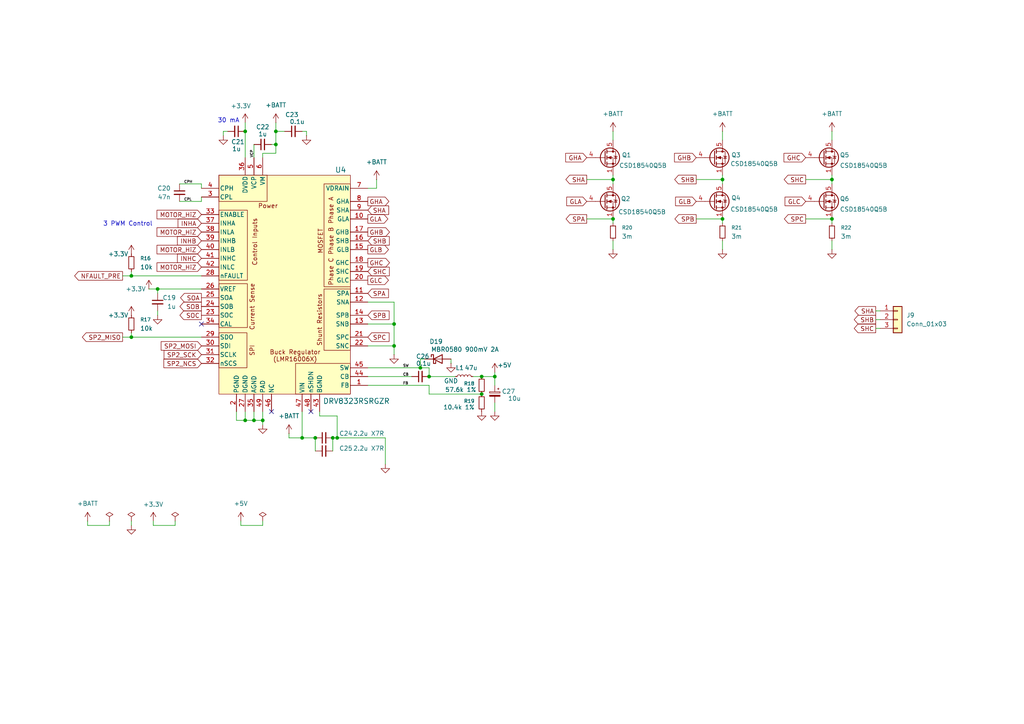
<source format=kicad_sch>
(kicad_sch
	(version 20250114)
	(generator "eeschema")
	(generator_version "9.0")
	(uuid "a5227228-1a70-4e6b-b888-a3b93e86fde5")
	(paper "A4")
	
	(text "30 mA"
		(exclude_from_sim no)
		(at 66.294 35.052 0)
		(effects
			(font
				(size 1.27 1.27)
			)
		)
		(uuid "4f35172b-a719-466c-9297-3aee53b2ba7b")
	)
	(text "3 PWM Control"
		(exclude_from_sim no)
		(at 37.084 65.024 0)
		(effects
			(font
				(size 1.27 1.27)
			)
		)
		(uuid "60facfc8-9091-444b-a861-7df7671710e2")
	)
	(junction
		(at 38.1 80.01)
		(diameter 0)
		(color 0 0 0 0)
		(uuid "07fead57-1975-42bf-878e-2821ce5510aa")
	)
	(junction
		(at 139.7 114.3)
		(diameter 0)
		(color 0 0 0 0)
		(uuid "0b9381f8-7e49-4fa2-8b6b-b642718324a0")
	)
	(junction
		(at 97.79 127)
		(diameter 0)
		(color 0 0 0 0)
		(uuid "1e2be2f1-ff1b-4bc0-a458-5a3ce3156305")
	)
	(junction
		(at 96.52 127)
		(diameter 0)
		(color 0 0 0 0)
		(uuid "1fe1f907-fbd6-45ac-b432-1ac9c72c443e")
	)
	(junction
		(at 71.12 121.92)
		(diameter 0)
		(color 0 0 0 0)
		(uuid "4899c804-323a-4c11-bfb9-daeafb174077")
	)
	(junction
		(at 114.3 93.98)
		(diameter 0)
		(color 0 0 0 0)
		(uuid "4d3c0ed1-5070-4fbe-9e30-efd930746e77")
	)
	(junction
		(at 114.3 100.33)
		(diameter 0)
		(color 0 0 0 0)
		(uuid "550cbacf-b8c2-4061-974a-79459d2e4fec")
	)
	(junction
		(at 124.46 109.22)
		(diameter 0)
		(color 0 0 0 0)
		(uuid "5c3d6dd4-7575-458d-96d0-02155860e4c4")
	)
	(junction
		(at 91.44 127)
		(diameter 0)
		(color 0 0 0 0)
		(uuid "5d8a2406-be91-4dcb-bf75-12a744ccabd3")
	)
	(junction
		(at 143.51 109.22)
		(diameter 0)
		(color 0 0 0 0)
		(uuid "62c23625-7b85-4fd3-b973-7b433fe086f7")
	)
	(junction
		(at 80.01 41.91)
		(diameter 0)
		(color 0 0 0 0)
		(uuid "824a5beb-584f-4acb-9e73-f595623336b2")
	)
	(junction
		(at 241.3 52.07)
		(diameter 0)
		(color 0 0 0 0)
		(uuid "891c1ce5-bc32-41a8-b0ac-66b0778dc0f6")
	)
	(junction
		(at 80.01 38.1)
		(diameter 0)
		(color 0 0 0 0)
		(uuid "897eaf46-7b73-42f5-8e8d-9f7fa3426134")
	)
	(junction
		(at 87.63 127)
		(diameter 0)
		(color 0 0 0 0)
		(uuid "95ce830b-7074-4a8f-8f6b-203fc73cf9ec")
	)
	(junction
		(at 71.12 38.1)
		(diameter 0)
		(color 0 0 0 0)
		(uuid "9645d02b-89f0-4990-a6e9-60f061271434")
	)
	(junction
		(at 139.7 109.22)
		(diameter 0)
		(color 0 0 0 0)
		(uuid "98be1559-7333-48ef-9d5a-8543d03500e3")
	)
	(junction
		(at 177.8 52.07)
		(diameter 0)
		(color 0 0 0 0)
		(uuid "99a35a90-f6ee-4d67-863a-ca066d45fb8e")
	)
	(junction
		(at 177.8 63.5)
		(diameter 0)
		(color 0 0 0 0)
		(uuid "9a53e85b-f0c4-44e3-8f20-b3bbdcd33a30")
	)
	(junction
		(at 209.55 63.5)
		(diameter 0)
		(color 0 0 0 0)
		(uuid "ac7f38ea-b4ef-4232-bb2c-660d1e8c479a")
	)
	(junction
		(at 38.1 97.79)
		(diameter 0)
		(color 0 0 0 0)
		(uuid "ace5cdf6-6e6f-4307-8877-3a83dabb5d4d")
	)
	(junction
		(at 73.66 121.92)
		(diameter 0)
		(color 0 0 0 0)
		(uuid "b3483174-c5da-4a65-81c5-356b59672572")
	)
	(junction
		(at 121.92 106.68)
		(diameter 0)
		(color 0 0 0 0)
		(uuid "c1bfc737-e9e4-42df-9969-28de87989e07")
	)
	(junction
		(at 209.55 52.07)
		(diameter 0)
		(color 0 0 0 0)
		(uuid "c36b22d5-0582-4843-824e-308bf918e7d2")
	)
	(junction
		(at 241.3 63.5)
		(diameter 0)
		(color 0 0 0 0)
		(uuid "db166e54-55b3-40c3-ae5d-976dd663c3eb")
	)
	(junction
		(at 76.2 121.92)
		(diameter 0)
		(color 0 0 0 0)
		(uuid "f7f68d9e-78ce-4a10-a832-bd28c7b10e89")
	)
	(junction
		(at 45.72 83.82)
		(diameter 0)
		(color 0 0 0 0)
		(uuid "f8712acb-ce76-4daf-9cdc-ce4159763a64")
	)
	(no_connect
		(at 78.74 119.38)
		(uuid "4ee6bafc-61c6-4471-8d45-1a26f97a723a")
	)
	(no_connect
		(at 58.42 93.98)
		(uuid "a32cea37-5b67-4d72-a2e3-babc11a72558")
	)
	(no_connect
		(at 90.17 119.38)
		(uuid "ce5e904d-1bca-4fb3-9de6-494c52493560")
	)
	(wire
		(pts
			(xy 76.2 121.92) (xy 76.2 123.19)
		)
		(stroke
			(width 0)
			(type default)
		)
		(uuid "0229b413-dfc7-40e7-9889-0467884dcc33")
	)
	(wire
		(pts
			(xy 109.22 52.07) (xy 109.22 54.61)
		)
		(stroke
			(width 0)
			(type default)
		)
		(uuid "05678e2b-e3f5-4442-a156-add3c79b40f2")
	)
	(wire
		(pts
			(xy 170.18 52.07) (xy 177.8 52.07)
		)
		(stroke
			(width 0)
			(type default)
		)
		(uuid "0b3b257f-d3ac-49bb-89be-fd0096c4ad8e")
	)
	(wire
		(pts
			(xy 106.68 87.63) (xy 114.3 87.63)
		)
		(stroke
			(width 0)
			(type default)
		)
		(uuid "0f897f12-0178-4f8d-81c3-03887b48a833")
	)
	(wire
		(pts
			(xy 114.3 93.98) (xy 114.3 100.33)
		)
		(stroke
			(width 0)
			(type default)
		)
		(uuid "0fc491e6-02a0-4c73-8bfc-b8130ef50677")
	)
	(wire
		(pts
			(xy 68.58 121.92) (xy 71.12 121.92)
		)
		(stroke
			(width 0)
			(type default)
		)
		(uuid "101d9853-9426-4e36-b765-03e7e5141fe1")
	)
	(wire
		(pts
			(xy 43.18 83.82) (xy 45.72 83.82)
		)
		(stroke
			(width 0)
			(type default)
		)
		(uuid "1022f89f-0bf1-44e3-b035-a39fee90a562")
	)
	(wire
		(pts
			(xy 97.79 127) (xy 96.52 127)
		)
		(stroke
			(width 0)
			(type default)
		)
		(uuid "13f410ce-37dc-4a5b-995b-1233f207efa0")
	)
	(wire
		(pts
			(xy 114.3 100.33) (xy 114.3 102.87)
		)
		(stroke
			(width 0)
			(type default)
		)
		(uuid "1440d1ad-0c9a-4f4d-9c69-ec72def95e72")
	)
	(wire
		(pts
			(xy 124.46 114.3) (xy 139.7 114.3)
		)
		(stroke
			(width 0)
			(type default)
		)
		(uuid "24081377-aa4f-4915-a814-3665cc88064d")
	)
	(wire
		(pts
			(xy 25.4 152.4) (xy 31.75 152.4)
		)
		(stroke
			(width 0)
			(type default)
		)
		(uuid "24d324df-b80e-49e8-b7e7-4d5f82394fd9")
	)
	(wire
		(pts
			(xy 58.42 57.15) (xy 58.42 58.42)
		)
		(stroke
			(width 0)
			(type default)
		)
		(uuid "26a30c2b-c937-435e-a2f9-536ecc788959")
	)
	(wire
		(pts
			(xy 73.66 121.92) (xy 76.2 121.92)
		)
		(stroke
			(width 0)
			(type default)
		)
		(uuid "2a55c089-6904-4b19-bc74-7424db8573cf")
	)
	(wire
		(pts
			(xy 68.58 119.38) (xy 68.58 121.92)
		)
		(stroke
			(width 0)
			(type default)
		)
		(uuid "2c4243e1-153a-4291-90ed-5a5937743e6e")
	)
	(wire
		(pts
			(xy 121.92 104.14) (xy 121.92 106.68)
		)
		(stroke
			(width 0)
			(type default)
		)
		(uuid "2e3d44cb-da5e-443f-84c3-192ba21c083e")
	)
	(wire
		(pts
			(xy 25.4 152.4) (xy 25.4 151.13)
		)
		(stroke
			(width 0)
			(type default)
		)
		(uuid "2f4958c3-4589-48ce-ac62-f23d2541d7f4")
	)
	(wire
		(pts
			(xy 139.7 109.22) (xy 143.51 109.22)
		)
		(stroke
			(width 0)
			(type default)
		)
		(uuid "2fe38384-3bae-4e7b-9704-bef8e88f55b7")
	)
	(wire
		(pts
			(xy 38.1 96.52) (xy 38.1 97.79)
		)
		(stroke
			(width 0)
			(type default)
		)
		(uuid "3087a375-9112-4f72-9148-93c378e0bb3d")
	)
	(wire
		(pts
			(xy 80.01 41.91) (xy 78.74 41.91)
		)
		(stroke
			(width 0)
			(type default)
		)
		(uuid "309af410-e7be-40b2-8393-a7c301f4b647")
	)
	(wire
		(pts
			(xy 71.12 38.1) (xy 71.12 45.72)
		)
		(stroke
			(width 0)
			(type default)
		)
		(uuid "3384ef34-5eb3-4ec0-b74e-60624e2b6658")
	)
	(wire
		(pts
			(xy 44.45 152.4) (xy 50.8 152.4)
		)
		(stroke
			(width 0)
			(type default)
		)
		(uuid "380d1111-50a2-41a7-868b-98c397336dc9")
	)
	(wire
		(pts
			(xy 64.77 38.1) (xy 66.04 38.1)
		)
		(stroke
			(width 0)
			(type default)
		)
		(uuid "3bebdb59-5d52-4a52-852c-4ab4717c0b25")
	)
	(wire
		(pts
			(xy 137.16 109.22) (xy 139.7 109.22)
		)
		(stroke
			(width 0)
			(type default)
		)
		(uuid "3eef744e-f9bb-4ce7-ba8a-8c75835dc103")
	)
	(wire
		(pts
			(xy 124.46 106.68) (xy 124.46 109.22)
		)
		(stroke
			(width 0)
			(type default)
		)
		(uuid "3f4bb94f-2e28-412f-a45a-f12bb19d94bb")
	)
	(wire
		(pts
			(xy 241.3 69.85) (xy 241.3 72.39)
		)
		(stroke
			(width 0)
			(type default)
		)
		(uuid "3f8461dc-0f5d-4714-9c48-2556f14cd6a5")
	)
	(wire
		(pts
			(xy 92.71 120.65) (xy 97.79 120.65)
		)
		(stroke
			(width 0)
			(type default)
		)
		(uuid "43398715-6471-4899-a1dd-8ff57817a015")
	)
	(wire
		(pts
			(xy 71.12 121.92) (xy 73.66 121.92)
		)
		(stroke
			(width 0)
			(type default)
		)
		(uuid "45ea901e-afa9-4fb6-a042-71fd4a4ff7f2")
	)
	(wire
		(pts
			(xy 254 90.17) (xy 255.27 90.17)
		)
		(stroke
			(width 0)
			(type default)
		)
		(uuid "4b6e945e-d3c3-497f-a22d-e4058635e7c7")
	)
	(wire
		(pts
			(xy 31.75 152.4) (xy 31.75 151.13)
		)
		(stroke
			(width 0)
			(type default)
		)
		(uuid "4be90444-7ec5-4e35-acf0-08f0d731740e")
	)
	(wire
		(pts
			(xy 50.8 151.13) (xy 50.8 152.4)
		)
		(stroke
			(width 0)
			(type default)
		)
		(uuid "4ede6de1-6271-458a-a23e-40a72ca32f7e")
	)
	(wire
		(pts
			(xy 111.76 127) (xy 97.79 127)
		)
		(stroke
			(width 0)
			(type default)
		)
		(uuid "517631e9-791e-47af-a16e-c1243ec7488b")
	)
	(wire
		(pts
			(xy 111.76 127) (xy 111.76 134.62)
		)
		(stroke
			(width 0)
			(type default)
		)
		(uuid "55abdea3-d737-4263-a56d-cab33abf550a")
	)
	(wire
		(pts
			(xy 130.81 105.41) (xy 130.81 104.14)
		)
		(stroke
			(width 0)
			(type default)
		)
		(uuid "59408c9d-993e-450f-a271-3756feb01c49")
	)
	(wire
		(pts
			(xy 45.72 91.44) (xy 45.72 90.17)
		)
		(stroke
			(width 0)
			(type default)
		)
		(uuid "5972029c-838c-48b1-b424-f4480175b8a9")
	)
	(wire
		(pts
			(xy 64.77 39.37) (xy 64.77 38.1)
		)
		(stroke
			(width 0)
			(type default)
		)
		(uuid "5996508e-29d0-4530-809b-162e3196dd55")
	)
	(wire
		(pts
			(xy 233.68 63.5) (xy 241.3 63.5)
		)
		(stroke
			(width 0)
			(type default)
		)
		(uuid "59b9b617-b1c1-4086-96b8-d80b5c71f65a")
	)
	(wire
		(pts
			(xy 201.93 52.07) (xy 209.55 52.07)
		)
		(stroke
			(width 0)
			(type default)
		)
		(uuid "5ab37ecb-58e4-4eb8-82a2-92fd6039b836")
	)
	(wire
		(pts
			(xy 45.72 83.82) (xy 58.42 83.82)
		)
		(stroke
			(width 0)
			(type default)
		)
		(uuid "62e853b3-694a-4377-a17a-ff4fe4b594a3")
	)
	(wire
		(pts
			(xy 91.44 130.81) (xy 91.44 127)
		)
		(stroke
			(width 0)
			(type default)
		)
		(uuid "6308b9a6-a942-44d5-b62f-5bbe00ecb398")
	)
	(wire
		(pts
			(xy 38.1 97.79) (xy 58.42 97.79)
		)
		(stroke
			(width 0)
			(type default)
		)
		(uuid "64ae6572-0fe8-491c-aa30-7d17e6220975")
	)
	(wire
		(pts
			(xy 241.3 64.77) (xy 241.3 63.5)
		)
		(stroke
			(width 0)
			(type default)
		)
		(uuid "6576fbaa-475b-4d5f-bb81-7aaf1229c26a")
	)
	(wire
		(pts
			(xy 88.9 38.1) (xy 87.63 38.1)
		)
		(stroke
			(width 0)
			(type default)
		)
		(uuid "67aa3801-da33-4797-a30e-aa3d843d47ca")
	)
	(wire
		(pts
			(xy 38.1 78.74) (xy 38.1 80.01)
		)
		(stroke
			(width 0)
			(type default)
		)
		(uuid "6cd5ff43-d257-4e10-a744-3c0d6580795c")
	)
	(wire
		(pts
			(xy 83.82 127) (xy 87.63 127)
		)
		(stroke
			(width 0)
			(type default)
		)
		(uuid "6f3acb43-8b7b-4219-b703-0ddb6b0da93b")
	)
	(wire
		(pts
			(xy 233.68 52.07) (xy 241.3 52.07)
		)
		(stroke
			(width 0)
			(type default)
		)
		(uuid "702481ff-9c74-4f69-9e71-65e573a4281b")
	)
	(wire
		(pts
			(xy 58.42 53.34) (xy 58.42 54.61)
		)
		(stroke
			(width 0)
			(type default)
		)
		(uuid "73a26f1d-c885-487b-8112-9fbd59258443")
	)
	(wire
		(pts
			(xy 80.01 38.1) (xy 80.01 41.91)
		)
		(stroke
			(width 0)
			(type default)
		)
		(uuid "74e5af60-6322-46b0-bf87-fbcf1eea6edf")
	)
	(wire
		(pts
			(xy 124.46 106.68) (xy 121.92 106.68)
		)
		(stroke
			(width 0)
			(type default)
		)
		(uuid "75e8bb73-7080-4bb2-a925-af80a772462d")
	)
	(wire
		(pts
			(xy 106.68 106.68) (xy 121.92 106.68)
		)
		(stroke
			(width 0)
			(type default)
		)
		(uuid "75f639a4-6a84-46fc-969e-8a7e142b1748")
	)
	(wire
		(pts
			(xy 106.68 109.22) (xy 119.38 109.22)
		)
		(stroke
			(width 0)
			(type default)
		)
		(uuid "76c18286-3baa-471b-aa96-144a2808887d")
	)
	(wire
		(pts
			(xy 73.66 41.91) (xy 73.66 45.72)
		)
		(stroke
			(width 0)
			(type default)
		)
		(uuid "789e08cc-0f66-42e3-a606-5adb66dbca0b")
	)
	(wire
		(pts
			(xy 71.12 35.56) (xy 71.12 38.1)
		)
		(stroke
			(width 0)
			(type default)
		)
		(uuid "78a9a33e-4832-4e80-93dd-bea2cce30b71")
	)
	(wire
		(pts
			(xy 177.8 50.8) (xy 177.8 52.07)
		)
		(stroke
			(width 0)
			(type default)
		)
		(uuid "848bb6d4-1e48-4f2e-b14c-9bf02db07b6b")
	)
	(wire
		(pts
			(xy 92.71 120.65) (xy 92.71 119.38)
		)
		(stroke
			(width 0)
			(type default)
		)
		(uuid "8762d8c2-65e8-4026-9722-c9e430b4c400")
	)
	(wire
		(pts
			(xy 69.85 152.4) (xy 76.2 152.4)
		)
		(stroke
			(width 0)
			(type default)
		)
		(uuid "8784920e-af08-4670-92d0-83069f4429b5")
	)
	(wire
		(pts
			(xy 83.82 125.73) (xy 83.82 127)
		)
		(stroke
			(width 0)
			(type default)
		)
		(uuid "87aa919d-0be5-4404-9e86-d445173961cf")
	)
	(wire
		(pts
			(xy 209.55 52.07) (xy 209.55 53.34)
		)
		(stroke
			(width 0)
			(type default)
		)
		(uuid "8b41fd87-342b-47cd-957f-0afcfe70d941")
	)
	(wire
		(pts
			(xy 45.72 83.82) (xy 45.72 85.09)
		)
		(stroke
			(width 0)
			(type default)
		)
		(uuid "8ec61ec4-14a2-44ab-8e01-d242f50bd55d")
	)
	(wire
		(pts
			(xy 254 92.71) (xy 255.27 92.71)
		)
		(stroke
			(width 0)
			(type default)
		)
		(uuid "8fa4cfed-0aaa-479d-9c47-50c211856ec9")
	)
	(wire
		(pts
			(xy 52.07 53.34) (xy 58.42 53.34)
		)
		(stroke
			(width 0)
			(type default)
		)
		(uuid "91700b60-8a3c-4f40-b42c-759640debd46")
	)
	(wire
		(pts
			(xy 44.45 151.13) (xy 44.45 152.4)
		)
		(stroke
			(width 0)
			(type default)
		)
		(uuid "93da995a-1bb6-4de4-94da-0d1e9b83bcaf")
	)
	(wire
		(pts
			(xy 241.3 38.1) (xy 241.3 40.64)
		)
		(stroke
			(width 0)
			(type default)
		)
		(uuid "95a2d789-5af2-4f99-bd32-8e65af925b80")
	)
	(wire
		(pts
			(xy 143.51 107.95) (xy 143.51 109.22)
		)
		(stroke
			(width 0)
			(type default)
		)
		(uuid "9b8c9be0-b73b-48ce-97be-508e9c3f7374")
	)
	(wire
		(pts
			(xy 80.01 41.91) (xy 80.01 44.45)
		)
		(stroke
			(width 0)
			(type default)
		)
		(uuid "9c1d3504-7d5f-4065-a6f0-e4d0f44737f4")
	)
	(wire
		(pts
			(xy 76.2 151.13) (xy 76.2 152.4)
		)
		(stroke
			(width 0)
			(type default)
		)
		(uuid "9e125fa3-1d86-48ac-8aac-ce1ae7f13a5a")
	)
	(wire
		(pts
			(xy 106.68 100.33) (xy 114.3 100.33)
		)
		(stroke
			(width 0)
			(type default)
		)
		(uuid "9f3d06f2-6453-4eea-a5d1-2cfc184ab5b9")
	)
	(wire
		(pts
			(xy 35.56 97.79) (xy 38.1 97.79)
		)
		(stroke
			(width 0)
			(type default)
		)
		(uuid "a8efa071-6bd4-40ac-99ad-b4ecd1e24113")
	)
	(wire
		(pts
			(xy 177.8 52.07) (xy 177.8 53.34)
		)
		(stroke
			(width 0)
			(type default)
		)
		(uuid "a904bb6e-dca8-49c6-9d4f-a68c8f800038")
	)
	(wire
		(pts
			(xy 38.1 80.01) (xy 58.42 80.01)
		)
		(stroke
			(width 0)
			(type default)
		)
		(uuid "ab0bbda6-ae32-4bae-ad39-049542979be5")
	)
	(wire
		(pts
			(xy 88.9 39.37) (xy 88.9 38.1)
		)
		(stroke
			(width 0)
			(type default)
		)
		(uuid "abe60433-e8bc-4d0f-ad9e-14c3a9f08d4f")
	)
	(wire
		(pts
			(xy 106.68 111.76) (xy 124.46 111.76)
		)
		(stroke
			(width 0)
			(type default)
		)
		(uuid "af8eb630-00d8-4a0e-a27f-2b355281e5d4")
	)
	(wire
		(pts
			(xy 76.2 44.45) (xy 80.01 44.45)
		)
		(stroke
			(width 0)
			(type default)
		)
		(uuid "afe393c3-9e55-4206-8c7f-3a4eb4341a94")
	)
	(wire
		(pts
			(xy 76.2 119.38) (xy 76.2 121.92)
		)
		(stroke
			(width 0)
			(type default)
		)
		(uuid "b1d4f942-fa8e-4e43-8643-5f741498dea4")
	)
	(wire
		(pts
			(xy 87.63 119.38) (xy 87.63 127)
		)
		(stroke
			(width 0)
			(type default)
		)
		(uuid "b209a3dc-e2fa-48b0-8b58-9c6180a71cfc")
	)
	(wire
		(pts
			(xy 121.92 104.14) (xy 123.19 104.14)
		)
		(stroke
			(width 0)
			(type default)
		)
		(uuid "b3680de7-f10b-46b9-8cd1-b928e7593bcf")
	)
	(wire
		(pts
			(xy 106.68 93.98) (xy 114.3 93.98)
		)
		(stroke
			(width 0)
			(type default)
		)
		(uuid "b46a1740-d12e-409c-8d0e-bf29c23dad6d")
	)
	(wire
		(pts
			(xy 114.3 87.63) (xy 114.3 93.98)
		)
		(stroke
			(width 0)
			(type default)
		)
		(uuid "b47b702a-cffe-4481-a20a-d309924e9018")
	)
	(wire
		(pts
			(xy 177.8 38.1) (xy 177.8 40.64)
		)
		(stroke
			(width 0)
			(type default)
		)
		(uuid "b795ad7a-edb4-43f3-9d2f-2a8bac8f37dc")
	)
	(wire
		(pts
			(xy 76.2 44.45) (xy 76.2 45.72)
		)
		(stroke
			(width 0)
			(type default)
		)
		(uuid "b8b25e1f-b7a1-4244-8e1a-7d3bdc6febb4")
	)
	(wire
		(pts
			(xy 124.46 109.22) (xy 132.08 109.22)
		)
		(stroke
			(width 0)
			(type default)
		)
		(uuid "bcc71e64-f316-40c2-9819-9420504ba8cd")
	)
	(wire
		(pts
			(xy 143.51 119.38) (xy 143.51 116.84)
		)
		(stroke
			(width 0)
			(type default)
		)
		(uuid "c8ad33d5-399d-46c8-b20f-2242d4ab4c00")
	)
	(wire
		(pts
			(xy 209.55 69.85) (xy 209.55 72.39)
		)
		(stroke
			(width 0)
			(type default)
		)
		(uuid "cac548cc-07ca-44af-a532-0c6163a85f05")
	)
	(wire
		(pts
			(xy 106.68 54.61) (xy 109.22 54.61)
		)
		(stroke
			(width 0)
			(type default)
		)
		(uuid "cb1895b3-f223-42b2-ac96-e17e1930f511")
	)
	(wire
		(pts
			(xy 73.66 119.38) (xy 73.66 121.92)
		)
		(stroke
			(width 0)
			(type default)
		)
		(uuid "cc95988b-a8ce-45db-9241-ea38b98488e5")
	)
	(wire
		(pts
			(xy 241.3 50.8) (xy 241.3 52.07)
		)
		(stroke
			(width 0)
			(type default)
		)
		(uuid "d071aafc-c3a4-4fae-9174-5a4409546aaf")
	)
	(wire
		(pts
			(xy 209.55 38.1) (xy 209.55 40.64)
		)
		(stroke
			(width 0)
			(type default)
		)
		(uuid "d294fab0-0beb-4383-9e5e-73a3778a5cf5")
	)
	(wire
		(pts
			(xy 177.8 69.85) (xy 177.8 72.39)
		)
		(stroke
			(width 0)
			(type default)
		)
		(uuid "d9d36174-0b28-4ccd-84ae-280316410187")
	)
	(wire
		(pts
			(xy 38.1 151.13) (xy 38.1 152.4)
		)
		(stroke
			(width 0)
			(type default)
		)
		(uuid "daebe5cf-b0bb-408c-add8-d12776e507b6")
	)
	(wire
		(pts
			(xy 82.55 38.1) (xy 80.01 38.1)
		)
		(stroke
			(width 0)
			(type default)
		)
		(uuid "db9c0c97-10a7-40cd-9d9c-223294e462a1")
	)
	(wire
		(pts
			(xy 96.52 130.81) (xy 96.52 127)
		)
		(stroke
			(width 0)
			(type default)
		)
		(uuid "dd4da550-ebb6-4927-ae4d-ce02b69b2a0d")
	)
	(wire
		(pts
			(xy 69.85 151.13) (xy 69.85 152.4)
		)
		(stroke
			(width 0)
			(type default)
		)
		(uuid "dd6f4435-70d4-428c-ba30-00bc09afbda5")
	)
	(wire
		(pts
			(xy 170.18 63.5) (xy 177.8 63.5)
		)
		(stroke
			(width 0)
			(type default)
		)
		(uuid "dffca022-02d0-44e0-8e07-ee787ce744d5")
	)
	(wire
		(pts
			(xy 80.01 35.56) (xy 80.01 38.1)
		)
		(stroke
			(width 0)
			(type default)
		)
		(uuid "e06798dd-26a3-45ec-97a7-0ec225ec9249")
	)
	(wire
		(pts
			(xy 143.51 109.22) (xy 143.51 111.76)
		)
		(stroke
			(width 0)
			(type default)
		)
		(uuid "e1393aac-2051-42f0-ba35-61d3c992294e")
	)
	(wire
		(pts
			(xy 97.79 120.65) (xy 97.79 127)
		)
		(stroke
			(width 0)
			(type default)
		)
		(uuid "e6bdffcf-eb78-4674-8f22-9629e336e232")
	)
	(wire
		(pts
			(xy 209.55 50.8) (xy 209.55 52.07)
		)
		(stroke
			(width 0)
			(type default)
		)
		(uuid "ece9f5d3-40f7-4c22-98a2-742939b81a0a")
	)
	(wire
		(pts
			(xy 209.55 63.5) (xy 209.55 64.77)
		)
		(stroke
			(width 0)
			(type default)
		)
		(uuid "ee86ff2f-cc42-4f6d-8707-d4e4c17c0435")
	)
	(wire
		(pts
			(xy 201.93 63.5) (xy 209.55 63.5)
		)
		(stroke
			(width 0)
			(type default)
		)
		(uuid "eea0b24c-1042-49c8-950f-4753a10e2111")
	)
	(wire
		(pts
			(xy 52.07 58.42) (xy 58.42 58.42)
		)
		(stroke
			(width 0)
			(type default)
		)
		(uuid "efc3ee03-55f2-4a8a-a56e-e7eeb89a95d0")
	)
	(wire
		(pts
			(xy 87.63 127) (xy 91.44 127)
		)
		(stroke
			(width 0)
			(type default)
		)
		(uuid "f0015284-8ac3-457b-8f3d-ba699290ad27")
	)
	(wire
		(pts
			(xy 71.12 119.38) (xy 71.12 121.92)
		)
		(stroke
			(width 0)
			(type default)
		)
		(uuid "f01c5c13-cca6-4c3d-8d8e-9a85c0e83ea8")
	)
	(wire
		(pts
			(xy 254 95.25) (xy 255.27 95.25)
		)
		(stroke
			(width 0)
			(type default)
		)
		(uuid "f3f82a54-a127-4d1b-89dc-e07225c97d7e")
	)
	(wire
		(pts
			(xy 177.8 63.5) (xy 177.8 64.77)
		)
		(stroke
			(width 0)
			(type default)
		)
		(uuid "f8cdd185-4272-4fab-885a-4d747c6087a4")
	)
	(wire
		(pts
			(xy 241.3 52.07) (xy 241.3 53.34)
		)
		(stroke
			(width 0)
			(type default)
		)
		(uuid "f9a5f15e-28e8-4db2-a36f-0b3caa1eb758")
	)
	(wire
		(pts
			(xy 124.46 114.3) (xy 124.46 111.76)
		)
		(stroke
			(width 0)
			(type default)
		)
		(uuid "fa16c89c-c33f-4e17-bd40-d96667d1736f")
	)
	(wire
		(pts
			(xy 35.56 80.01) (xy 38.1 80.01)
		)
		(stroke
			(width 0)
			(type default)
		)
		(uuid "fc80a1ba-2326-4614-889c-af66079cd23a")
	)
	(label "CPL"
		(at 53.34 58.42 0)
		(effects
			(font
				(size 0.762 0.762)
			)
			(justify left bottom)
		)
		(uuid "1144dad3-fb31-4f5f-8c94-8ef8632adb5d")
	)
	(label "SW"
		(at 116.84 106.68 0)
		(effects
			(font
				(size 0.762 0.762)
			)
			(justify left bottom)
		)
		(uuid "119099c3-689e-43f4-bfab-767e5ddb7dd6")
	)
	(label "FB"
		(at 116.84 111.76 0)
		(effects
			(font
				(size 0.762 0.762)
			)
			(justify left bottom)
		)
		(uuid "486a4fbb-0e00-4f44-b293-06c0526acd5a")
	)
	(label "CPH"
		(at 53.34 53.34 0)
		(effects
			(font
				(size 0.762 0.762)
			)
			(justify left bottom)
		)
		(uuid "5a4e3e3b-01a9-40fa-b205-616c20421fff")
	)
	(label "CB"
		(at 116.84 109.22 0)
		(effects
			(font
				(size 0.762 0.762)
			)
			(justify left bottom)
		)
		(uuid "83bec4c0-7d2c-4588-ba97-976c935a71c5")
	)
	(label "VCP"
		(at 73.66 45.72 90)
		(effects
			(font
				(size 0.762 0.762)
			)
			(justify left bottom)
		)
		(uuid "dff9e8b2-9fcd-4b36-ab29-ae814cbfd6ec")
	)
	(global_label "GLB"
		(shape output)
		(at 106.68 72.39 0)
		(fields_autoplaced yes)
		(effects
			(font
				(size 1.27 1.27)
			)
			(justify left)
		)
		(uuid "0423b625-5448-48e7-96d7-e00905f1051e")
		(property "Intersheetrefs" "${INTERSHEET_REFS}"
			(at 113.2333 72.39 0)
			(effects
				(font
					(size 1.27 1.27)
				)
				(justify left)
				(hide yes)
			)
		)
	)
	(global_label "SHC"
		(shape output)
		(at 233.68 52.07 180)
		(fields_autoplaced yes)
		(effects
			(font
				(size 1.27 1.27)
			)
			(justify right)
		)
		(uuid "0a5464f8-7813-45ce-9dde-6ffdd1470989")
		(property "Intersheetrefs" "${INTERSHEET_REFS}"
			(at 226.8848 52.07 0)
			(effects
				(font
					(size 1.27 1.27)
				)
				(justify right)
				(hide yes)
			)
		)
	)
	(global_label "SHB"
		(shape output)
		(at 254 92.71 180)
		(fields_autoplaced yes)
		(effects
			(font
				(size 1.27 1.27)
			)
			(justify right)
		)
		(uuid "0b782033-0f28-4c4f-a1fb-44abb434a385")
		(property "Intersheetrefs" "${INTERSHEET_REFS}"
			(at 247.2048 92.71 0)
			(effects
				(font
					(size 1.27 1.27)
				)
				(justify right)
				(hide yes)
			)
		)
	)
	(global_label "SP2_SCK"
		(shape input)
		(at 58.42 102.87 180)
		(fields_autoplaced yes)
		(effects
			(font
				(size 1.27 1.27)
			)
			(justify right)
		)
		(uuid "0c6ed4c2-2fc2-4d10-85c2-3f7e70718cae")
		(property "Intersheetrefs" "${INTERSHEET_REFS}"
			(at 47.0287 102.87 0)
			(effects
				(font
					(size 1.27 1.27)
				)
				(justify right)
				(hide yes)
			)
		)
	)
	(global_label "SPC"
		(shape input)
		(at 106.68 97.79 0)
		(fields_autoplaced yes)
		(effects
			(font
				(size 1.27 1.27)
			)
			(justify left)
		)
		(uuid "15afb580-ebd9-4527-813b-f3ccb3196321")
		(property "Intersheetrefs" "${INTERSHEET_REFS}"
			(at 113.4147 97.79 0)
			(effects
				(font
					(size 1.27 1.27)
				)
				(justify left)
				(hide yes)
			)
		)
	)
	(global_label "SHA"
		(shape input)
		(at 106.68 60.96 0)
		(fields_autoplaced yes)
		(effects
			(font
				(size 1.27 1.27)
			)
			(justify left)
		)
		(uuid "1a529fd4-a3ed-4a9b-bb41-d0f37638dc6f")
		(property "Intersheetrefs" "${INTERSHEET_REFS}"
			(at 113.2938 60.96 0)
			(effects
				(font
					(size 1.27 1.27)
				)
				(justify left)
				(hide yes)
			)
		)
	)
	(global_label "SPA"
		(shape output)
		(at 170.18 63.5 180)
		(fields_autoplaced yes)
		(effects
			(font
				(size 1.27 1.27)
			)
			(justify right)
		)
		(uuid "1b189f44-8c82-43a2-94b7-f556957b442f")
		(property "Intersheetrefs" "${INTERSHEET_REFS}"
			(at 163.6267 63.5 0)
			(effects
				(font
					(size 1.27 1.27)
				)
				(justify right)
				(hide yes)
			)
		)
	)
	(global_label "GHC"
		(shape input)
		(at 233.68 45.72 180)
		(fields_autoplaced yes)
		(effects
			(font
				(size 1.27 1.27)
			)
			(justify right)
		)
		(uuid "1e72bd25-328f-4af3-8aee-d22e261ef38e")
		(property "Intersheetrefs" "${INTERSHEET_REFS}"
			(at 226.8243 45.72 0)
			(effects
				(font
					(size 1.27 1.27)
				)
				(justify right)
				(hide yes)
			)
		)
	)
	(global_label "GHB"
		(shape output)
		(at 106.68 67.31 0)
		(fields_autoplaced yes)
		(effects
			(font
				(size 1.27 1.27)
			)
			(justify left)
		)
		(uuid "2cf40507-94d6-4a90-b1d7-c490d4b7245c")
		(property "Intersheetrefs" "${INTERSHEET_REFS}"
			(at 113.5357 67.31 0)
			(effects
				(font
					(size 1.27 1.27)
				)
				(justify left)
				(hide yes)
			)
		)
	)
	(global_label "SP2_MOSI"
		(shape input)
		(at 58.42 100.33 180)
		(fields_autoplaced yes)
		(effects
			(font
				(size 1.27 1.27)
			)
			(justify right)
		)
		(uuid "2d353e72-40d4-489c-a0e7-57e095ba99a5")
		(property "Intersheetrefs" "${INTERSHEET_REFS}"
			(at 46.182 100.33 0)
			(effects
				(font
					(size 1.27 1.27)
				)
				(justify right)
				(hide yes)
			)
		)
	)
	(global_label "SPB"
		(shape input)
		(at 106.68 91.44 0)
		(fields_autoplaced yes)
		(effects
			(font
				(size 1.27 1.27)
			)
			(justify left)
		)
		(uuid "340f41b7-dd1a-4842-805f-6f4d04187ec6")
		(property "Intersheetrefs" "${INTERSHEET_REFS}"
			(at 113.4147 91.44 0)
			(effects
				(font
					(size 1.27 1.27)
				)
				(justify left)
				(hide yes)
			)
		)
	)
	(global_label "SP2_MISO"
		(shape output)
		(at 35.56 97.79 180)
		(fields_autoplaced yes)
		(effects
			(font
				(size 1.27 1.27)
			)
			(justify right)
		)
		(uuid "3852d68d-f162-45fb-af95-783075be1e7b")
		(property "Intersheetrefs" "${INTERSHEET_REFS}"
			(at 23.322 97.79 0)
			(effects
				(font
					(size 1.27 1.27)
				)
				(justify right)
				(hide yes)
			)
		)
	)
	(global_label "SHB"
		(shape output)
		(at 201.93 52.07 180)
		(fields_autoplaced yes)
		(effects
			(font
				(size 1.27 1.27)
			)
			(justify right)
		)
		(uuid "399d604c-d073-4904-b917-4dee962ddb81")
		(property "Intersheetrefs" "${INTERSHEET_REFS}"
			(at 195.1348 52.07 0)
			(effects
				(font
					(size 1.27 1.27)
				)
				(justify right)
				(hide yes)
			)
		)
	)
	(global_label "MOTOR_HiZ"
		(shape input)
		(at 58.42 77.47 180)
		(fields_autoplaced yes)
		(effects
			(font
				(size 1.27 1.27)
			)
			(justify right)
		)
		(uuid "3bc71488-930a-4fd8-95de-c33c6dd31c18")
		(property "Intersheetrefs" "${INTERSHEET_REFS}"
			(at 44.9724 77.47 0)
			(effects
				(font
					(size 1.27 1.27)
				)
				(justify right)
				(hide yes)
			)
		)
	)
	(global_label "GHA"
		(shape input)
		(at 170.18 45.72 180)
		(fields_autoplaced yes)
		(effects
			(font
				(size 1.27 1.27)
			)
			(justify right)
		)
		(uuid "3c75ce73-6860-42a0-aa0b-9f729e693df8")
		(property "Intersheetrefs" "${INTERSHEET_REFS}"
			(at 163.5057 45.72 0)
			(effects
				(font
					(size 1.27 1.27)
				)
				(justify right)
				(hide yes)
			)
		)
	)
	(global_label "GLC"
		(shape output)
		(at 106.68 81.28 0)
		(fields_autoplaced yes)
		(effects
			(font
				(size 1.27 1.27)
			)
			(justify left)
		)
		(uuid "408f05b9-f723-4d44-8576-0cde1d8b85ce")
		(property "Intersheetrefs" "${INTERSHEET_REFS}"
			(at 113.2333 81.28 0)
			(effects
				(font
					(size 1.27 1.27)
				)
				(justify left)
				(hide yes)
			)
		)
	)
	(global_label "GLA"
		(shape input)
		(at 170.18 58.42 180)
		(fields_autoplaced yes)
		(effects
			(font
				(size 1.27 1.27)
			)
			(justify right)
		)
		(uuid "4dea98a0-7478-4952-85dc-c9ec4693b024")
		(property "Intersheetrefs" "${INTERSHEET_REFS}"
			(at 163.8081 58.42 0)
			(effects
				(font
					(size 1.27 1.27)
				)
				(justify right)
				(hide yes)
			)
		)
	)
	(global_label "SOA"
		(shape output)
		(at 58.42 86.36 180)
		(fields_autoplaced yes)
		(effects
			(font
				(size 1.27 1.27)
			)
			(justify right)
		)
		(uuid "4e2b977c-13b7-44af-ae68-a50ad27ddfcf")
		(property "Intersheetrefs" "${INTERSHEET_REFS}"
			(at 51.8062 86.36 0)
			(effects
				(font
					(size 1.27 1.27)
				)
				(justify right)
				(hide yes)
			)
		)
	)
	(global_label "SOB"
		(shape output)
		(at 58.42 88.9 180)
		(fields_autoplaced yes)
		(effects
			(font
				(size 1.27 1.27)
			)
			(justify right)
		)
		(uuid "55849f08-4545-43ab-8bc5-64a9d8e2521d")
		(property "Intersheetrefs" "${INTERSHEET_REFS}"
			(at 51.6248 88.9 0)
			(effects
				(font
					(size 1.27 1.27)
				)
				(justify right)
				(hide yes)
			)
		)
	)
	(global_label "INHC"
		(shape input)
		(at 58.42 74.93 180)
		(fields_autoplaced yes)
		(effects
			(font
				(size 1.27 1.27)
			)
			(justify right)
		)
		(uuid "5a2e653b-c4fa-4e21-bf4e-059921f51789")
		(property "Intersheetrefs" "${INTERSHEET_REFS}"
			(at 50.899 74.93 0)
			(effects
				(font
					(size 1.27 1.27)
				)
				(justify right)
				(hide yes)
			)
		)
	)
	(global_label "SHC"
		(shape output)
		(at 254 95.25 180)
		(fields_autoplaced yes)
		(effects
			(font
				(size 1.27 1.27)
			)
			(justify right)
		)
		(uuid "5abe04dd-f03b-4777-9762-e637d2451f7b")
		(property "Intersheetrefs" "${INTERSHEET_REFS}"
			(at 247.2048 95.25 0)
			(effects
				(font
					(size 1.27 1.27)
				)
				(justify right)
				(hide yes)
			)
		)
	)
	(global_label "SHC"
		(shape input)
		(at 106.68 78.74 0)
		(fields_autoplaced yes)
		(effects
			(font
				(size 1.27 1.27)
			)
			(justify left)
		)
		(uuid "5fb286a7-f9e8-418e-918f-5595f95c659f")
		(property "Intersheetrefs" "${INTERSHEET_REFS}"
			(at 113.4752 78.74 0)
			(effects
				(font
					(size 1.27 1.27)
				)
				(justify left)
				(hide yes)
			)
		)
	)
	(global_label "GLC"
		(shape input)
		(at 233.68 58.42 180)
		(fields_autoplaced yes)
		(effects
			(font
				(size 1.27 1.27)
			)
			(justify right)
		)
		(uuid "617b22b5-a9f5-4447-9cd9-f8cd5ea13298")
		(property "Intersheetrefs" "${INTERSHEET_REFS}"
			(at 227.1267 58.42 0)
			(effects
				(font
					(size 1.27 1.27)
				)
				(justify right)
				(hide yes)
			)
		)
	)
	(global_label "GHA"
		(shape output)
		(at 106.68 58.42 0)
		(fields_autoplaced yes)
		(effects
			(font
				(size 1.27 1.27)
			)
			(justify left)
		)
		(uuid "6bf0ce91-5ec2-433a-960c-a083375576fa")
		(property "Intersheetrefs" "${INTERSHEET_REFS}"
			(at 113.3543 58.42 0)
			(effects
				(font
					(size 1.27 1.27)
				)
				(justify left)
				(hide yes)
			)
		)
	)
	(global_label "SHA"
		(shape output)
		(at 254 90.17 180)
		(fields_autoplaced yes)
		(effects
			(font
				(size 1.27 1.27)
			)
			(justify right)
		)
		(uuid "77f85923-4912-4ab0-8460-39cf75a24139")
		(property "Intersheetrefs" "${INTERSHEET_REFS}"
			(at 247.3862 90.17 0)
			(effects
				(font
					(size 1.27 1.27)
				)
				(justify right)
				(hide yes)
			)
		)
	)
	(global_label "SPA"
		(shape input)
		(at 106.68 85.09 0)
		(fields_autoplaced yes)
		(effects
			(font
				(size 1.27 1.27)
			)
			(justify left)
		)
		(uuid "a5d462f7-5393-468b-a1d1-9a6dc70eccfc")
		(property "Intersheetrefs" "${INTERSHEET_REFS}"
			(at 113.2333 85.09 0)
			(effects
				(font
					(size 1.27 1.27)
				)
				(justify left)
				(hide yes)
			)
		)
	)
	(global_label "SHA"
		(shape output)
		(at 170.18 52.07 180)
		(fields_autoplaced yes)
		(effects
			(font
				(size 1.27 1.27)
			)
			(justify right)
		)
		(uuid "ae11f99f-302b-4206-a511-371671d17ecb")
		(property "Intersheetrefs" "${INTERSHEET_REFS}"
			(at 163.5662 52.07 0)
			(effects
				(font
					(size 1.27 1.27)
				)
				(justify right)
				(hide yes)
			)
		)
	)
	(global_label "NFAULT_PRE"
		(shape output)
		(at 35.56 80.01 180)
		(fields_autoplaced yes)
		(effects
			(font
				(size 1.27 1.27)
			)
			(justify right)
		)
		(uuid "ae5668b0-d16f-4da7-9d00-9dbfdce43ceb")
		(property "Intersheetrefs" "${INTERSHEET_REFS}"
			(at 21.0843 80.01 0)
			(effects
				(font
					(size 1.27 1.27)
				)
				(justify right)
				(hide yes)
			)
		)
	)
	(global_label "MOTOR_HiZ"
		(shape input)
		(at 58.42 72.39 180)
		(fields_autoplaced yes)
		(effects
			(font
				(size 1.27 1.27)
			)
			(justify right)
		)
		(uuid "b5ccf6f9-a199-4213-b440-c8237ec5be02")
		(property "Intersheetrefs" "${INTERSHEET_REFS}"
			(at 44.9724 72.39 0)
			(effects
				(font
					(size 1.27 1.27)
				)
				(justify right)
				(hide yes)
			)
		)
	)
	(global_label "MOTOR_HiZ"
		(shape input)
		(at 58.42 62.23 180)
		(fields_autoplaced yes)
		(effects
			(font
				(size 1.27 1.27)
			)
			(justify right)
		)
		(uuid "bdb498e6-36ed-416a-ba91-f774401d2361")
		(property "Intersheetrefs" "${INTERSHEET_REFS}"
			(at 44.9724 62.23 0)
			(effects
				(font
					(size 1.27 1.27)
				)
				(justify right)
				(hide yes)
			)
		)
	)
	(global_label "INHB"
		(shape input)
		(at 58.42 69.85 180)
		(fields_autoplaced yes)
		(effects
			(font
				(size 1.27 1.27)
			)
			(justify right)
		)
		(uuid "cdb42da1-54a7-467e-ae30-599678793058")
		(property "Intersheetrefs" "${INTERSHEET_REFS}"
			(at 50.899 69.85 0)
			(effects
				(font
					(size 1.27 1.27)
				)
				(justify right)
				(hide yes)
			)
		)
	)
	(global_label "INHA"
		(shape input)
		(at 58.42 64.77 180)
		(fields_autoplaced yes)
		(effects
			(font
				(size 1.27 1.27)
			)
			(justify right)
		)
		(uuid "cfa9ecc6-6609-4141-9fbf-51c582c9341d")
		(property "Intersheetrefs" "${INTERSHEET_REFS}"
			(at 51.0804 64.77 0)
			(effects
				(font
					(size 1.27 1.27)
				)
				(justify right)
				(hide yes)
			)
		)
	)
	(global_label "SP2_NCS"
		(shape input)
		(at 58.42 105.41 180)
		(fields_autoplaced yes)
		(effects
			(font
				(size 1.27 1.27)
			)
			(justify right)
		)
		(uuid "db63f7f0-52ab-477c-8e32-4eb6dfc9e51a")
		(property "Intersheetrefs" "${INTERSHEET_REFS}"
			(at 46.9682 105.41 0)
			(effects
				(font
					(size 1.27 1.27)
				)
				(justify right)
				(hide yes)
			)
		)
	)
	(global_label "SPC"
		(shape output)
		(at 233.68 63.5 180)
		(fields_autoplaced yes)
		(effects
			(font
				(size 1.27 1.27)
			)
			(justify right)
		)
		(uuid "dd27243b-988d-4b2e-bb18-a64dde04d2dd")
		(property "Intersheetrefs" "${INTERSHEET_REFS}"
			(at 226.9453 63.5 0)
			(effects
				(font
					(size 1.27 1.27)
				)
				(justify right)
				(hide yes)
			)
		)
	)
	(global_label "MOTOR_HiZ"
		(shape input)
		(at 58.42 67.31 180)
		(fields_autoplaced yes)
		(effects
			(font
				(size 1.27 1.27)
			)
			(justify right)
		)
		(uuid "e1d2597e-e669-428c-bc5a-9bef5b5aa7d3")
		(property "Intersheetrefs" "${INTERSHEET_REFS}"
			(at 44.9724 67.31 0)
			(effects
				(font
					(size 1.27 1.27)
				)
				(justify right)
				(hide yes)
			)
		)
	)
	(global_label "SOC"
		(shape output)
		(at 58.42 91.44 180)
		(fields_autoplaced yes)
		(effects
			(font
				(size 1.27 1.27)
			)
			(justify right)
		)
		(uuid "ea0bcd43-0fb8-4c8b-9bcf-838e51b94b04")
		(property "Intersheetrefs" "${INTERSHEET_REFS}"
			(at 51.6248 91.44 0)
			(effects
				(font
					(size 1.27 1.27)
				)
				(justify right)
				(hide yes)
			)
		)
	)
	(global_label "GLB"
		(shape input)
		(at 201.93 58.42 180)
		(fields_autoplaced yes)
		(effects
			(font
				(size 1.27 1.27)
			)
			(justify right)
		)
		(uuid "ec4fe697-4dec-460a-b945-5fe121d15344")
		(property "Intersheetrefs" "${INTERSHEET_REFS}"
			(at 195.3767 58.42 0)
			(effects
				(font
					(size 1.27 1.27)
				)
				(justify right)
				(hide yes)
			)
		)
	)
	(global_label "SPB"
		(shape output)
		(at 201.93 63.5 180)
		(fields_autoplaced yes)
		(effects
			(font
				(size 1.27 1.27)
			)
			(justify right)
		)
		(uuid "ed4ab651-11be-4381-8ec9-79d98f78fd86")
		(property "Intersheetrefs" "${INTERSHEET_REFS}"
			(at 195.1953 63.5 0)
			(effects
				(font
					(size 1.27 1.27)
				)
				(justify right)
				(hide yes)
			)
		)
	)
	(global_label "GHC"
		(shape output)
		(at 106.68 76.2 0)
		(fields_autoplaced yes)
		(effects
			(font
				(size 1.27 1.27)
			)
			(justify left)
		)
		(uuid "ef887ffb-f7f8-401a-a1eb-095d8b307440")
		(property "Intersheetrefs" "${INTERSHEET_REFS}"
			(at 113.5357 76.2 0)
			(effects
				(font
					(size 1.27 1.27)
				)
				(justify left)
				(hide yes)
			)
		)
	)
	(global_label "GLA"
		(shape output)
		(at 106.68 63.5 0)
		(fields_autoplaced yes)
		(effects
			(font
				(size 1.27 1.27)
			)
			(justify left)
		)
		(uuid "f5d40180-8693-4b52-860a-d9ebb37bbdc0")
		(property "Intersheetrefs" "${INTERSHEET_REFS}"
			(at 113.0519 63.5 0)
			(effects
				(font
					(size 1.27 1.27)
				)
				(justify left)
				(hide yes)
			)
		)
	)
	(global_label "GHB"
		(shape input)
		(at 201.93 45.72 180)
		(fields_autoplaced yes)
		(effects
			(font
				(size 1.27 1.27)
			)
			(justify right)
		)
		(uuid "f93c8530-df9f-409d-9612-8d5a90fe2514")
		(property "Intersheetrefs" "${INTERSHEET_REFS}"
			(at 195.0743 45.72 0)
			(effects
				(font
					(size 1.27 1.27)
				)
				(justify right)
				(hide yes)
			)
		)
	)
	(global_label "SHB"
		(shape input)
		(at 106.68 69.85 0)
		(fields_autoplaced yes)
		(effects
			(font
				(size 1.27 1.27)
			)
			(justify left)
		)
		(uuid "f975fe4e-0f1d-4f29-9607-9f2cbd9dcb1d")
		(property "Intersheetrefs" "${INTERSHEET_REFS}"
			(at 113.4752 69.85 0)
			(effects
				(font
					(size 1.27 1.27)
				)
				(justify left)
				(hide yes)
			)
		)
	)
	(symbol
		(lib_name "DRV8323RSRGZR_1")
		(lib_id "2025-08-08_04-50-02:DRV8323RSRGZR")
		(at 82.55 82.55 0)
		(unit 1)
		(exclude_from_sim no)
		(in_bom yes)
		(on_board yes)
		(dnp no)
		(fields_autoplaced yes)
		(uuid "0b996c57-c911-47ca-89a8-155fb5ae22ee")
		(property "Reference" "U4"
			(at 98.806 49.276 0)
			(effects
				(font
					(size 1.524 1.524)
				)
			)
		)
		(property "Value" "DRV8323RSRGZR"
			(at 103.378 116.332 0)
			(effects
				(font
					(size 1.524 1.524)
				)
			)
		)
		(property "Footprint" "footprints:RGZ0048A"
			(at 81.28 80.01 0)
			(effects
				(font
					(size 1.27 1.27)
					(italic yes)
				)
				(hide yes)
			)
		)
		(property "Datasheet" "https://www.ti.com/lit/gpn/drv8323r"
			(at 81.28 80.01 0)
			(effects
				(font
					(size 1.27 1.27)
					(italic yes)
				)
				(hide yes)
			)
		)
		(property "Description" ""
			(at 81.28 80.01 0)
			(effects
				(font
					(size 1.27 1.27)
				)
				(hide yes)
			)
		)
		(pin "40"
			(uuid "7a4ec597-087d-45f6-989c-f617fd5672e3")
		)
		(pin "4"
			(uuid "8b9f4f9c-6930-4d8c-9373-e2a6164cca35")
		)
		(pin "3"
			(uuid "b1ec168f-fa73-4845-a04c-27bed6846887")
		)
		(pin "39"
			(uuid "5be3667e-0445-44a9-aabf-bd67ac0ffa60")
		)
		(pin "41"
			(uuid "19ccd40b-7aa2-442a-bbde-866be1557d6b")
		)
		(pin "38"
			(uuid "8ece1a3c-cc95-4a64-9110-a9005e9bd167")
		)
		(pin "33"
			(uuid "0734e18c-b445-4a8c-ace2-494d3520df7e")
		)
		(pin "37"
			(uuid "23324a3e-eea0-4012-a099-58e73fb89057")
		)
		(pin "42"
			(uuid "4e987cc2-4167-4b14-bdd6-5635389763c1")
		)
		(pin "26"
			(uuid "b9b3ae3a-b203-44cb-8621-58584f1f7c14")
		)
		(pin "36"
			(uuid "a3f3207d-7894-4c7a-bce5-3c5fa62d37b0")
		)
		(pin "49"
			(uuid "b2a32d57-fb76-4d65-beda-620b6c8273c8")
		)
		(pin "5"
			(uuid "04807014-64a1-4eac-9a4c-0cdecc119e72")
		)
		(pin "18"
			(uuid "fb76c6d9-bc20-4f55-8bee-9821bcbbff68")
		)
		(pin "25"
			(uuid "06a94ac1-cb03-4148-9b75-7094b23813ac")
		)
		(pin "32"
			(uuid "8894b7ec-0ca2-4dd5-bfd1-17549c28670c")
		)
		(pin "35"
			(uuid "33ea65ef-a168-4ddf-90ef-3b335c287855")
		)
		(pin "43"
			(uuid "92fe2826-27b0-45de-a715-2c2fa0325d5e")
		)
		(pin "8"
			(uuid "5e638e96-e0e9-4cae-b483-79497b4c19c3")
		)
		(pin "24"
			(uuid "1e082b0e-ff8c-4ef7-a91f-a465a50b9862")
		)
		(pin "47"
			(uuid "29d7bbc9-8b12-4da4-8f76-844e8ed01f46")
		)
		(pin "7"
			(uuid "64c3f692-01d0-49f7-8822-97ddd480b5e0")
		)
		(pin "10"
			(uuid "a59a8dcb-280a-414d-b869-023a4c39dff0")
		)
		(pin "23"
			(uuid "81ba5386-7c7d-4044-9afa-e8870ee3f89e")
		)
		(pin "34"
			(uuid "232413d6-4ad7-415d-94c0-38fb2c5498a7")
		)
		(pin "2"
			(uuid "11d8493e-63c3-4f2c-94fd-84a5af932dda")
		)
		(pin "6"
			(uuid "37bff7ec-f322-4134-ae99-950f75ddf96c")
		)
		(pin "9"
			(uuid "6de3f4f0-6b95-4be6-a4e3-eeff8e9c9766")
		)
		(pin "27"
			(uuid "6c96ec3c-f7db-46a8-89d2-79c566db72d9")
		)
		(pin "46"
			(uuid "8c0f7c7a-baf0-498b-af01-692a5f025517")
		)
		(pin "17"
			(uuid "99dd1892-6113-4d93-b907-2bd03ecc878d")
		)
		(pin "16"
			(uuid "5b938214-492e-4830-b52e-b7f139f00612")
		)
		(pin "15"
			(uuid "c4775c2e-a7f1-4e0f-9fd1-7926bdf0ffcc")
		)
		(pin "19"
			(uuid "bb6b51fe-3d82-4172-a928-e49d63afa140")
		)
		(pin "20"
			(uuid "c4052743-ada8-4abf-817e-953f6b3ade5b")
		)
		(pin "11"
			(uuid "b5280ebd-ad48-47b9-a78c-bd62eaaef6e7")
		)
		(pin "12"
			(uuid "1285cb7e-3e9e-4c3b-9110-dac2e659f092")
		)
		(pin "29"
			(uuid "7a332324-ec96-4688-ab9b-84d9737c4293")
		)
		(pin "1"
			(uuid "16f98772-46c9-41e7-8385-ca46e95acd5c")
		)
		(pin "14"
			(uuid "0f7e81c9-58a5-4d00-816d-39de8cfa9ca7")
		)
		(pin "13"
			(uuid "3e8f0c84-9f35-4d68-84fa-fa575b1638c2")
		)
		(pin "45"
			(uuid "260e4dac-65a1-46da-b48b-955e3d6ee745")
		)
		(pin "30"
			(uuid "f4c55249-c327-4b75-9f4b-d3bdf2dd4c15")
		)
		(pin "31"
			(uuid "6a3c71b9-4c10-4a67-b0b2-d83dd218d997")
		)
		(pin "21"
			(uuid "fba1b402-79d6-4248-9d8e-cf38498bc0aa")
		)
		(pin "28"
			(uuid "e1a05a7f-60a3-486f-84e8-5f4087091361")
		)
		(pin "22"
			(uuid "67ae2a76-7e31-49e2-ad67-a3076ca86a65")
		)
		(pin "48"
			(uuid "d73f8368-3c0b-42c1-a7a9-9caf06f36633")
		)
		(pin "44"
			(uuid "cf7abdad-0c9f-4c04-bc26-8baa99130f4e")
		)
		(instances
			(project ""
				(path "/5caf18a9-d08b-4a24-bab1-53a0c2cfac3c/a4ffe98c-f5fe-4743-92d6-92e91f25b99d"
					(reference "U4")
					(unit 1)
				)
			)
		)
	)
	(symbol
		(lib_id "power:+BATT")
		(at 83.82 125.73 0)
		(unit 1)
		(exclude_from_sim no)
		(in_bom yes)
		(on_board yes)
		(dnp no)
		(fields_autoplaced yes)
		(uuid "0bfa05f7-7ba5-4d83-8beb-aa7474c25bf2")
		(property "Reference" "#PWR037"
			(at 83.82 129.54 0)
			(effects
				(font
					(size 1.27 1.27)
				)
				(hide yes)
			)
		)
		(property "Value" "+BATT"
			(at 83.82 120.65 0)
			(effects
				(font
					(size 1.27 1.27)
				)
			)
		)
		(property "Footprint" ""
			(at 83.82 125.73 0)
			(effects
				(font
					(size 1.27 1.27)
				)
				(hide yes)
			)
		)
		(property "Datasheet" ""
			(at 83.82 125.73 0)
			(effects
				(font
					(size 1.27 1.27)
				)
				(hide yes)
			)
		)
		(property "Description" "Power symbol creates a global label with name \"+BATT\""
			(at 83.82 125.73 0)
			(effects
				(font
					(size 1.27 1.27)
				)
				(hide yes)
			)
		)
		(pin "1"
			(uuid "24336195-db75-4fc2-8118-52569644a414")
		)
		(instances
			(project "BLDC_Contr"
				(path "/5caf18a9-d08b-4a24-bab1-53a0c2cfac3c/a4ffe98c-f5fe-4743-92d6-92e91f25b99d"
					(reference "#PWR037")
					(unit 1)
				)
			)
		)
	)
	(symbol
		(lib_id "power:GND")
		(at 64.77 39.37 0)
		(unit 1)
		(exclude_from_sim no)
		(in_bom yes)
		(on_board yes)
		(dnp no)
		(uuid "0cd4d461-fd0d-47f8-8c7f-33aaed615264")
		(property "Reference" "#PWR020"
			(at 64.77 45.72 0)
			(effects
				(font
					(size 1.27 1.27)
				)
				(hide yes)
			)
		)
		(property "Value" "GND"
			(at 67.564 42.672 90)
			(effects
				(font
					(size 1.27 1.27)
				)
				(hide yes)
			)
		)
		(property "Footprint" ""
			(at 64.77 39.37 0)
			(effects
				(font
					(size 1.27 1.27)
				)
				(hide yes)
			)
		)
		(property "Datasheet" ""
			(at 64.77 39.37 0)
			(effects
				(font
					(size 1.27 1.27)
				)
				(hide yes)
			)
		)
		(property "Description" "Power symbol creates a global label with name \"GND\" , ground"
			(at 64.77 39.37 0)
			(effects
				(font
					(size 1.27 1.27)
				)
				(hide yes)
			)
		)
		(pin "1"
			(uuid "4f90ad71-d254-4298-93fa-d48e3b996997")
		)
		(instances
			(project "BLDC_Contr"
				(path "/5caf18a9-d08b-4a24-bab1-53a0c2cfac3c/a4ffe98c-f5fe-4743-92d6-92e91f25b99d"
					(reference "#PWR020")
					(unit 1)
				)
			)
		)
	)
	(symbol
		(lib_id "Device:R_Small")
		(at 139.7 116.84 0)
		(mirror y)
		(unit 1)
		(exclude_from_sim no)
		(in_bom yes)
		(on_board yes)
		(dnp no)
		(uuid "0f5270e3-1661-49c1-98c8-57964837bac9")
		(property "Reference" "R19"
			(at 137.668 116.332 0)
			(effects
				(font
					(size 1.016 1.016)
				)
				(justify left)
			)
		)
		(property "Value" "10.4k 1%"
			(at 137.668 118.11 0)
			(effects
				(font
					(size 1.27 1.27)
				)
				(justify left)
			)
		)
		(property "Footprint" ""
			(at 139.7 116.84 0)
			(effects
				(font
					(size 1.27 1.27)
				)
				(hide yes)
			)
		)
		(property "Datasheet" "~"
			(at 139.7 116.84 0)
			(effects
				(font
					(size 1.27 1.27)
				)
				(hide yes)
			)
		)
		(property "Description" "Resistor, small symbol"
			(at 139.7 116.84 0)
			(effects
				(font
					(size 1.27 1.27)
				)
				(hide yes)
			)
		)
		(pin "1"
			(uuid "c7d45af6-71a7-470c-89f9-3ccdb04edcc0")
		)
		(pin "2"
			(uuid "04533c64-07d5-4b31-a3c7-b410239a77dc")
		)
		(instances
			(project "BLDC_Contr"
				(path "/5caf18a9-d08b-4a24-bab1-53a0c2cfac3c/a4ffe98c-f5fe-4743-92d6-92e91f25b99d"
					(reference "R19")
					(unit 1)
				)
			)
		)
	)
	(symbol
		(lib_id "Transistor_FET:CSD18540Q5B")
		(at 207.01 45.72 0)
		(unit 1)
		(exclude_from_sim no)
		(in_bom yes)
		(on_board yes)
		(dnp no)
		(uuid "2036d71e-b673-46d8-b797-897dfc9ef176")
		(property "Reference" "Q3"
			(at 212.09 44.958 0)
			(effects
				(font
					(size 1.27 1.27)
				)
				(justify left)
			)
		)
		(property "Value" "CSD18540Q5B"
			(at 211.836 47.498 0)
			(effects
				(font
					(size 1.27 1.27)
				)
				(justify left)
			)
		)
		(property "Footprint" "Package_TO_SOT_SMD:TDSON-8-1"
			(at 212.09 47.625 0)
			(effects
				(font
					(size 1.27 1.27)
					(italic yes)
				)
				(justify left)
				(hide yes)
			)
		)
		(property "Datasheet" "http://www.ti.com/lit/gpn/csd18540q5b"
			(at 212.09 49.53 0)
			(effects
				(font
					(size 1.27 1.27)
				)
				(justify left)
				(hide yes)
			)
		)
		(property "Description" "100A Id, 60V Vds, NexFET N-Channel Power MOSFET, 2.2mOhm Ron, 41nC Qg(typ), SON8 5x6mm"
			(at 207.01 45.72 0)
			(effects
				(font
					(size 1.27 1.27)
				)
				(hide yes)
			)
		)
		(pin "3"
			(uuid "d8ad4f82-2f59-43db-aa0a-ae55c08da670")
		)
		(pin "5"
			(uuid "68475d5c-5479-450e-a93b-15742167765f")
		)
		(pin "1"
			(uuid "64581705-55bd-40ac-8e16-42e80c5ee27d")
		)
		(pin "4"
			(uuid "9b2292bd-14ed-4d5d-8a75-865948e320a7")
		)
		(pin "2"
			(uuid "d0175f18-89ab-4d1b-ba8d-2d57ebad9aa8")
		)
		(instances
			(project "BLDC_Contr"
				(path "/5caf18a9-d08b-4a24-bab1-53a0c2cfac3c/a4ffe98c-f5fe-4743-92d6-92e91f25b99d"
					(reference "Q3")
					(unit 1)
				)
			)
		)
	)
	(symbol
		(lib_id "power:+BATT")
		(at 25.4 151.13 0)
		(unit 1)
		(exclude_from_sim no)
		(in_bom yes)
		(on_board yes)
		(dnp no)
		(fields_autoplaced yes)
		(uuid "2438d49a-e4cd-4d0a-9f42-b8d1a7092d0b")
		(property "Reference" "#PWR054"
			(at 25.4 154.94 0)
			(effects
				(font
					(size 1.27 1.27)
				)
				(hide yes)
			)
		)
		(property "Value" "+BATT"
			(at 25.4 146.05 0)
			(effects
				(font
					(size 1.27 1.27)
				)
			)
		)
		(property "Footprint" ""
			(at 25.4 151.13 0)
			(effects
				(font
					(size 1.27 1.27)
				)
				(hide yes)
			)
		)
		(property "Datasheet" ""
			(at 25.4 151.13 0)
			(effects
				(font
					(size 1.27 1.27)
				)
				(hide yes)
			)
		)
		(property "Description" "Power symbol creates a global label with name \"+BATT\""
			(at 25.4 151.13 0)
			(effects
				(font
					(size 1.27 1.27)
				)
				(hide yes)
			)
		)
		(pin "1"
			(uuid "3e7b2326-9f6e-4522-be89-f80a994720df")
		)
		(instances
			(project "BLDC_Contr"
				(path "/5caf18a9-d08b-4a24-bab1-53a0c2cfac3c/a4ffe98c-f5fe-4743-92d6-92e91f25b99d"
					(reference "#PWR054")
					(unit 1)
				)
			)
		)
	)
	(symbol
		(lib_id "Diode:MBR0580")
		(at 127 104.14 0)
		(unit 1)
		(exclude_from_sim no)
		(in_bom yes)
		(on_board yes)
		(dnp no)
		(uuid "28224e4b-aa51-45b9-b745-de55f7093a01")
		(property "Reference" "D19"
			(at 126.492 99.06 0)
			(effects
				(font
					(size 1.27 1.27)
				)
			)
		)
		(property "Value" "MBR0580 900mV 2A"
			(at 134.874 101.346 0)
			(effects
				(font
					(size 1.27 1.27)
				)
			)
		)
		(property "Footprint" "Diode_SMD:D_SOD-123"
			(at 127 108.585 0)
			(effects
				(font
					(size 1.27 1.27)
				)
				(hide yes)
			)
		)
		(property "Datasheet" "http://www.mccsemi.com/up_pdf/MBR0520~MBR0580(SOD123).pdf"
			(at 127 104.14 0)
			(effects
				(font
					(size 1.27 1.27)
				)
				(hide yes)
			)
		)
		(property "Description" "80V 0.5A Schottky Power Rectifier Diode, SOD-123"
			(at 127 104.14 0)
			(effects
				(font
					(size 1.27 1.27)
				)
				(hide yes)
			)
		)
		(pin "1"
			(uuid "08798c76-bbd8-481f-b2a7-7208d96bd641")
		)
		(pin "2"
			(uuid "b1bf29a5-4653-4fd3-88d3-cd055c308896")
		)
		(instances
			(project "BLDC_Contr"
				(path "/5caf18a9-d08b-4a24-bab1-53a0c2cfac3c/a4ffe98c-f5fe-4743-92d6-92e91f25b99d"
					(reference "D19")
					(unit 1)
				)
			)
		)
	)
	(symbol
		(lib_id "Transistor_FET:CSD18540Q5B")
		(at 175.26 58.42 0)
		(unit 1)
		(exclude_from_sim no)
		(in_bom yes)
		(on_board yes)
		(dnp no)
		(uuid "2863125a-ac56-44d4-ae57-db3f767765a2")
		(property "Reference" "Q2"
			(at 180.086 57.658 0)
			(effects
				(font
					(size 1.27 1.27)
				)
				(justify left)
			)
		)
		(property "Value" "CSD18540Q5B"
			(at 179.324 61.468 0)
			(effects
				(font
					(size 1.27 1.27)
				)
				(justify left)
			)
		)
		(property "Footprint" "Package_TO_SOT_SMD:TDSON-8-1"
			(at 180.34 60.325 0)
			(effects
				(font
					(size 1.27 1.27)
					(italic yes)
				)
				(justify left)
				(hide yes)
			)
		)
		(property "Datasheet" "http://www.ti.com/lit/gpn/csd18540q5b"
			(at 180.34 62.23 0)
			(effects
				(font
					(size 1.27 1.27)
				)
				(justify left)
				(hide yes)
			)
		)
		(property "Description" "100A Id, 60V Vds, NexFET N-Channel Power MOSFET, 2.2mOhm Ron, 41nC Qg(typ), SON8 5x6mm"
			(at 175.26 58.42 0)
			(effects
				(font
					(size 1.27 1.27)
				)
				(hide yes)
			)
		)
		(pin "3"
			(uuid "5fba108d-3ac5-42f5-a54a-05e6a1b71b3e")
		)
		(pin "5"
			(uuid "a931f73d-1c36-44b5-bd75-e979f1695655")
		)
		(pin "1"
			(uuid "82f7fb41-200a-4f9e-af00-ee6697285c70")
		)
		(pin "4"
			(uuid "c0028eb4-7d64-49d2-a538-2ac5c7ca8d2c")
		)
		(pin "2"
			(uuid "7069b871-a733-4a7a-99bd-448c335ffd04")
		)
		(instances
			(project "BLDC_Contr"
				(path "/5caf18a9-d08b-4a24-bab1-53a0c2cfac3c/a4ffe98c-f5fe-4743-92d6-92e91f25b99d"
					(reference "Q2")
					(unit 1)
				)
			)
		)
	)
	(symbol
		(lib_id "power:+BATT")
		(at 241.3 38.1 0)
		(unit 1)
		(exclude_from_sim no)
		(in_bom yes)
		(on_board yes)
		(dnp no)
		(fields_autoplaced yes)
		(uuid "28d86ac6-52e4-45e5-8bcc-03b811e962b0")
		(property "Reference" "#PWR036"
			(at 241.3 41.91 0)
			(effects
				(font
					(size 1.27 1.27)
				)
				(hide yes)
			)
		)
		(property "Value" "+BATT"
			(at 241.3 33.02 0)
			(effects
				(font
					(size 1.27 1.27)
				)
			)
		)
		(property "Footprint" ""
			(at 241.3 38.1 0)
			(effects
				(font
					(size 1.27 1.27)
				)
				(hide yes)
			)
		)
		(property "Datasheet" ""
			(at 241.3 38.1 0)
			(effects
				(font
					(size 1.27 1.27)
				)
				(hide yes)
			)
		)
		(property "Description" "Power symbol creates a global label with name \"+BATT\""
			(at 241.3 38.1 0)
			(effects
				(font
					(size 1.27 1.27)
				)
				(hide yes)
			)
		)
		(pin "1"
			(uuid "366ba54d-0571-4edf-88d7-9b6cb8edb5b6")
		)
		(instances
			(project "BLDC_Contr"
				(path "/5caf18a9-d08b-4a24-bab1-53a0c2cfac3c/a4ffe98c-f5fe-4743-92d6-92e91f25b99d"
					(reference "#PWR036")
					(unit 1)
				)
			)
		)
	)
	(symbol
		(lib_id "Connector_Generic:Conn_01x03")
		(at 260.35 92.71 0)
		(unit 1)
		(exclude_from_sim no)
		(in_bom yes)
		(on_board yes)
		(dnp no)
		(fields_autoplaced yes)
		(uuid "2cb1350c-7917-439f-92aa-2edc901069be")
		(property "Reference" "J9"
			(at 262.89 91.4399 0)
			(effects
				(font
					(size 1.27 1.27)
				)
				(justify left)
			)
		)
		(property "Value" "Conn_01x03"
			(at 262.89 93.9799 0)
			(effects
				(font
					(size 1.27 1.27)
				)
				(justify left)
			)
		)
		(property "Footprint" "Connector_AMASS:AMASS_MR30PW-M_1x03_P3.50mm_Horizontal"
			(at 260.35 92.71 0)
			(effects
				(font
					(size 1.27 1.27)
				)
				(hide yes)
			)
		)
		(property "Datasheet" "~"
			(at 260.35 92.71 0)
			(effects
				(font
					(size 1.27 1.27)
				)
				(hide yes)
			)
		)
		(property "Description" "Generic connector, single row, 01x03, script generated (kicad-library-utils/schlib/autogen/connector/)"
			(at 260.35 92.71 0)
			(effects
				(font
					(size 1.27 1.27)
				)
				(hide yes)
			)
		)
		(pin "2"
			(uuid "d7e2f6d9-1b80-45d4-8260-8eff090eb755")
		)
		(pin "1"
			(uuid "653d7abb-cd2c-474b-a768-79c76ea899dc")
		)
		(pin "3"
			(uuid "614216ab-1a03-40e4-b92c-2fbf63e72dc7")
		)
		(instances
			(project "BLDC_Contr"
				(path "/5caf18a9-d08b-4a24-bab1-53a0c2cfac3c/a4ffe98c-f5fe-4743-92d6-92e91f25b99d"
					(reference "J9")
					(unit 1)
				)
			)
		)
	)
	(symbol
		(lib_id "power:GND")
		(at 130.81 105.41 0)
		(unit 1)
		(exclude_from_sim no)
		(in_bom yes)
		(on_board yes)
		(dnp no)
		(fields_autoplaced yes)
		(uuid "2e0e368b-e7eb-4469-bde2-16570e99844e")
		(property "Reference" "#PWR026"
			(at 130.81 111.76 0)
			(effects
				(font
					(size 1.27 1.27)
				)
				(hide yes)
			)
		)
		(property "Value" "GND"
			(at 130.81 110.49 0)
			(effects
				(font
					(size 1.27 1.27)
				)
			)
		)
		(property "Footprint" ""
			(at 130.81 105.41 0)
			(effects
				(font
					(size 1.27 1.27)
				)
				(hide yes)
			)
		)
		(property "Datasheet" ""
			(at 130.81 105.41 0)
			(effects
				(font
					(size 1.27 1.27)
				)
				(hide yes)
			)
		)
		(property "Description" "Power symbol creates a global label with name \"GND\" , ground"
			(at 130.81 105.41 0)
			(effects
				(font
					(size 1.27 1.27)
				)
				(hide yes)
			)
		)
		(pin "1"
			(uuid "a987b6fa-a750-485f-a995-c6f039030060")
		)
		(instances
			(project "BLDC_Contr"
				(path "/5caf18a9-d08b-4a24-bab1-53a0c2cfac3c/a4ffe98c-f5fe-4743-92d6-92e91f25b99d"
					(reference "#PWR026")
					(unit 1)
				)
			)
		)
	)
	(symbol
		(lib_id "Device:C_Small")
		(at 76.2 41.91 90)
		(mirror x)
		(unit 1)
		(exclude_from_sim no)
		(in_bom yes)
		(on_board yes)
		(dnp no)
		(uuid "375df23b-1fef-4cc4-8658-c6b50e9a8a84")
		(property "Reference" "C22"
			(at 76.2 36.83 90)
			(effects
				(font
					(size 1.27 1.27)
				)
			)
		)
		(property "Value" "1u"
			(at 76.2 38.862 90)
			(effects
				(font
					(size 1.27 1.27)
				)
			)
		)
		(property "Footprint" ""
			(at 76.2 41.91 0)
			(effects
				(font
					(size 1.27 1.27)
				)
				(hide yes)
			)
		)
		(property "Datasheet" "~"
			(at 76.2 41.91 0)
			(effects
				(font
					(size 1.27 1.27)
				)
				(hide yes)
			)
		)
		(property "Description" "Unpolarized capacitor, small symbol"
			(at 76.2 41.91 0)
			(effects
				(font
					(size 1.27 1.27)
				)
				(hide yes)
			)
		)
		(pin "2"
			(uuid "dcafd2fe-1d17-408d-bbf5-4dd38d2db869")
		)
		(pin "1"
			(uuid "f06fc6a8-d4cc-4e5e-b2ad-2b305be21bdd")
		)
		(instances
			(project "BLDC_Contr"
				(path "/5caf18a9-d08b-4a24-bab1-53a0c2cfac3c/a4ffe98c-f5fe-4743-92d6-92e91f25b99d"
					(reference "C22")
					(unit 1)
				)
			)
		)
	)
	(symbol
		(lib_id "Device:C_Small")
		(at 52.07 55.88 0)
		(mirror y)
		(unit 1)
		(exclude_from_sim no)
		(in_bom yes)
		(on_board yes)
		(dnp no)
		(uuid "3e85325c-6cc4-4a89-94b4-7162b00a7391")
		(property "Reference" "C20"
			(at 49.53 54.6162 0)
			(effects
				(font
					(size 1.27 1.27)
				)
				(justify left)
			)
		)
		(property "Value" "47n"
			(at 49.53 57.1562 0)
			(effects
				(font
					(size 1.27 1.27)
				)
				(justify left)
			)
		)
		(property "Footprint" ""
			(at 52.07 55.88 0)
			(effects
				(font
					(size 1.27 1.27)
				)
				(hide yes)
			)
		)
		(property "Datasheet" "~"
			(at 52.07 55.88 0)
			(effects
				(font
					(size 1.27 1.27)
				)
				(hide yes)
			)
		)
		(property "Description" "Unpolarized capacitor, small symbol"
			(at 52.07 55.88 0)
			(effects
				(font
					(size 1.27 1.27)
				)
				(hide yes)
			)
		)
		(pin "1"
			(uuid "7b0d4c1d-644b-4c4c-a2be-0773d82779c1")
		)
		(pin "2"
			(uuid "94aa9571-5ef6-4b98-9d33-0ef65d0b2062")
		)
		(instances
			(project "BLDC_Contr"
				(path "/5caf18a9-d08b-4a24-bab1-53a0c2cfac3c/a4ffe98c-f5fe-4743-92d6-92e91f25b99d"
					(reference "C20")
					(unit 1)
				)
			)
		)
	)
	(symbol
		(lib_id "Device:C_Small")
		(at 68.58 38.1 270)
		(unit 1)
		(exclude_from_sim no)
		(in_bom yes)
		(on_board yes)
		(dnp no)
		(uuid "4384283e-8271-4ff2-ada0-35815569a750")
		(property "Reference" "C21"
			(at 67.056 41.148 90)
			(effects
				(font
					(size 1.27 1.27)
				)
				(justify left)
			)
		)
		(property "Value" "1u"
			(at 67.31 43.18 90)
			(effects
				(font
					(size 1.27 1.27)
				)
				(justify left)
			)
		)
		(property "Footprint" ""
			(at 68.58 38.1 0)
			(effects
				(font
					(size 1.27 1.27)
				)
				(hide yes)
			)
		)
		(property "Datasheet" "~"
			(at 68.58 38.1 0)
			(effects
				(font
					(size 1.27 1.27)
				)
				(hide yes)
			)
		)
		(property "Description" "Unpolarized capacitor, small symbol"
			(at 68.58 38.1 0)
			(effects
				(font
					(size 1.27 1.27)
				)
				(hide yes)
			)
		)
		(pin "2"
			(uuid "02535369-c975-44a9-9931-48893ecf0b32")
		)
		(pin "1"
			(uuid "1d1d1d95-9805-4c4f-ab52-b7f54e38db24")
		)
		(instances
			(project "BLDC_Contr"
				(path "/5caf18a9-d08b-4a24-bab1-53a0c2cfac3c/a4ffe98c-f5fe-4743-92d6-92e91f25b99d"
					(reference "C21")
					(unit 1)
				)
			)
		)
	)
	(symbol
		(lib_id "Device:L_Small")
		(at 134.62 109.22 90)
		(unit 1)
		(exclude_from_sim no)
		(in_bom yes)
		(on_board yes)
		(dnp no)
		(uuid "43e58ed3-fe90-4bb5-a113-13f542efa19a")
		(property "Reference" "L1"
			(at 133.35 106.68 90)
			(effects
				(font
					(size 1.27 1.27)
				)
			)
		)
		(property "Value" "47u"
			(at 136.652 106.68 90)
			(effects
				(font
					(size 1.27 1.27)
				)
			)
		)
		(property "Footprint" ""
			(at 134.62 109.22 0)
			(effects
				(font
					(size 1.27 1.27)
				)
				(hide yes)
			)
		)
		(property "Datasheet" "~"
			(at 134.62 109.22 0)
			(effects
				(font
					(size 1.27 1.27)
				)
				(hide yes)
			)
		)
		(property "Description" "Inductor, small symbol"
			(at 134.62 109.22 0)
			(effects
				(font
					(size 1.27 1.27)
				)
				(hide yes)
			)
		)
		(pin "2"
			(uuid "7db300ad-ec11-4f69-b107-9c74a8f817f0")
		)
		(pin "1"
			(uuid "2235a974-d7d1-45e5-8380-e647f8cdd6ef")
		)
		(instances
			(project "BLDC_Contr"
				(path "/5caf18a9-d08b-4a24-bab1-53a0c2cfac3c/a4ffe98c-f5fe-4743-92d6-92e91f25b99d"
					(reference "L1")
					(unit 1)
				)
			)
		)
	)
	(symbol
		(lib_id "power:GND")
		(at 114.3 102.87 0)
		(mirror y)
		(unit 1)
		(exclude_from_sim no)
		(in_bom yes)
		(on_board yes)
		(dnp no)
		(uuid "43f063b8-c7c5-4389-b178-c4eb1d9b3bd2")
		(property "Reference" "#PWR056"
			(at 114.3 109.22 0)
			(effects
				(font
					(size 1.27 1.27)
				)
				(hide yes)
			)
		)
		(property "Value" "GND"
			(at 110.49 104.394 0)
			(effects
				(font
					(size 1.27 1.27)
				)
				(hide yes)
			)
		)
		(property "Footprint" ""
			(at 114.3 102.87 0)
			(effects
				(font
					(size 1.27 1.27)
				)
				(hide yes)
			)
		)
		(property "Datasheet" ""
			(at 114.3 102.87 0)
			(effects
				(font
					(size 1.27 1.27)
				)
				(hide yes)
			)
		)
		(property "Description" "Power symbol creates a global label with name \"GND\" , ground"
			(at 114.3 102.87 0)
			(effects
				(font
					(size 1.27 1.27)
				)
				(hide yes)
			)
		)
		(pin "1"
			(uuid "4bef4318-793f-4f4d-a6a9-ad3fc3a193ad")
		)
		(instances
			(project "BLDC_Contr"
				(path "/5caf18a9-d08b-4a24-bab1-53a0c2cfac3c/a4ffe98c-f5fe-4743-92d6-92e91f25b99d"
					(reference "#PWR056")
					(unit 1)
				)
			)
		)
	)
	(symbol
		(lib_id "Device:C_Small")
		(at 93.98 127 90)
		(unit 1)
		(exclude_from_sim no)
		(in_bom yes)
		(on_board yes)
		(dnp no)
		(uuid "4402034f-8bac-4c36-9188-a611f57a5d30")
		(property "Reference" "C24"
			(at 100.33 125.73 90)
			(effects
				(font
					(size 1.27 1.27)
				)
			)
		)
		(property "Value" "2.2u X7R"
			(at 106.934 125.73 90)
			(effects
				(font
					(size 1.27 1.27)
				)
			)
		)
		(property "Footprint" ""
			(at 93.98 127 0)
			(effects
				(font
					(size 1.27 1.27)
				)
				(hide yes)
			)
		)
		(property "Datasheet" "~"
			(at 93.98 127 0)
			(effects
				(font
					(size 1.27 1.27)
				)
				(hide yes)
			)
		)
		(property "Description" "Unpolarized capacitor, small symbol"
			(at 93.98 127 0)
			(effects
				(font
					(size 1.27 1.27)
				)
				(hide yes)
			)
		)
		(pin "2"
			(uuid "66f2255a-af75-4868-b421-3a554c1f7c61")
		)
		(pin "1"
			(uuid "0c7d1ef6-56e9-428a-a17c-1b43b1d2de64")
		)
		(instances
			(project "BLDC_Contr"
				(path "/5caf18a9-d08b-4a24-bab1-53a0c2cfac3c/a4ffe98c-f5fe-4743-92d6-92e91f25b99d"
					(reference "C24")
					(unit 1)
				)
			)
		)
	)
	(symbol
		(lib_id "power:+3.3V")
		(at 44.45 151.13 0)
		(unit 1)
		(exclude_from_sim no)
		(in_bom yes)
		(on_board yes)
		(dnp no)
		(uuid "4c652376-18c4-491b-86eb-f80cb9466bdb")
		(property "Reference" "#PWR055"
			(at 44.45 154.94 0)
			(effects
				(font
					(size 1.27 1.27)
				)
				(hide yes)
			)
		)
		(property "Value" "+3.3V"
			(at 44.45 146.304 0)
			(effects
				(font
					(size 1.27 1.27)
				)
			)
		)
		(property "Footprint" ""
			(at 44.45 151.13 0)
			(effects
				(font
					(size 1.27 1.27)
				)
				(hide yes)
			)
		)
		(property "Datasheet" ""
			(at 44.45 151.13 0)
			(effects
				(font
					(size 1.27 1.27)
				)
				(hide yes)
			)
		)
		(property "Description" "Power symbol creates a global label with name \"+3.3V\""
			(at 44.45 151.13 0)
			(effects
				(font
					(size 1.27 1.27)
				)
				(hide yes)
			)
		)
		(pin "1"
			(uuid "539c0852-1f22-4232-9fa9-369a1af2c28b")
		)
		(instances
			(project "BLDC_Contr"
				(path "/5caf18a9-d08b-4a24-bab1-53a0c2cfac3c/a4ffe98c-f5fe-4743-92d6-92e91f25b99d"
					(reference "#PWR055")
					(unit 1)
				)
			)
		)
	)
	(symbol
		(lib_id "power:+BATT")
		(at 80.01 35.56 0)
		(unit 1)
		(exclude_from_sim no)
		(in_bom yes)
		(on_board yes)
		(dnp no)
		(fields_autoplaced yes)
		(uuid "4d0bfc9f-a45e-4991-bea2-8b8b7dbfb8de")
		(property "Reference" "#PWR033"
			(at 80.01 39.37 0)
			(effects
				(font
					(size 1.27 1.27)
				)
				(hide yes)
			)
		)
		(property "Value" "+BATT"
			(at 80.01 30.48 0)
			(effects
				(font
					(size 1.27 1.27)
				)
			)
		)
		(property "Footprint" ""
			(at 80.01 35.56 0)
			(effects
				(font
					(size 1.27 1.27)
				)
				(hide yes)
			)
		)
		(property "Datasheet" ""
			(at 80.01 35.56 0)
			(effects
				(font
					(size 1.27 1.27)
				)
				(hide yes)
			)
		)
		(property "Description" "Power symbol creates a global label with name \"+BATT\""
			(at 80.01 35.56 0)
			(effects
				(font
					(size 1.27 1.27)
				)
				(hide yes)
			)
		)
		(pin "1"
			(uuid "2dfbca75-1c42-436a-a2c3-d5ad93f50850")
		)
		(instances
			(project ""
				(path "/5caf18a9-d08b-4a24-bab1-53a0c2cfac3c/a4ffe98c-f5fe-4743-92d6-92e91f25b99d"
					(reference "#PWR033")
					(unit 1)
				)
			)
		)
	)
	(symbol
		(lib_id "power:GND")
		(at 139.7 119.38 0)
		(mirror y)
		(unit 1)
		(exclude_from_sim no)
		(in_bom yes)
		(on_board yes)
		(dnp no)
		(uuid "4da50395-2bed-487a-8e81-94671ace502e")
		(property "Reference" "#PWR028"
			(at 139.7 125.73 0)
			(effects
				(font
					(size 1.27 1.27)
				)
				(hide yes)
			)
		)
		(property "Value" "GND"
			(at 135.89 120.904 0)
			(effects
				(font
					(size 1.27 1.27)
				)
				(hide yes)
			)
		)
		(property "Footprint" ""
			(at 139.7 119.38 0)
			(effects
				(font
					(size 1.27 1.27)
				)
				(hide yes)
			)
		)
		(property "Datasheet" ""
			(at 139.7 119.38 0)
			(effects
				(font
					(size 1.27 1.27)
				)
				(hide yes)
			)
		)
		(property "Description" "Power symbol creates a global label with name \"GND\" , ground"
			(at 139.7 119.38 0)
			(effects
				(font
					(size 1.27 1.27)
				)
				(hide yes)
			)
		)
		(pin "1"
			(uuid "8f1dbd14-13d7-4727-a5bc-a78fd7d6305e")
		)
		(instances
			(project "BLDC_Contr"
				(path "/5caf18a9-d08b-4a24-bab1-53a0c2cfac3c/a4ffe98c-f5fe-4743-92d6-92e91f25b99d"
					(reference "#PWR028")
					(unit 1)
				)
			)
		)
	)
	(symbol
		(lib_id "power:+BATT")
		(at 177.8 38.1 0)
		(unit 1)
		(exclude_from_sim no)
		(in_bom yes)
		(on_board yes)
		(dnp no)
		(fields_autoplaced yes)
		(uuid "53cc8878-714e-4ac9-9eb2-3f86c10c4210")
		(property "Reference" "#PWR034"
			(at 177.8 41.91 0)
			(effects
				(font
					(size 1.27 1.27)
				)
				(hide yes)
			)
		)
		(property "Value" "+BATT"
			(at 177.8 33.02 0)
			(effects
				(font
					(size 1.27 1.27)
				)
			)
		)
		(property "Footprint" ""
			(at 177.8 38.1 0)
			(effects
				(font
					(size 1.27 1.27)
				)
				(hide yes)
			)
		)
		(property "Datasheet" ""
			(at 177.8 38.1 0)
			(effects
				(font
					(size 1.27 1.27)
				)
				(hide yes)
			)
		)
		(property "Description" "Power symbol creates a global label with name \"+BATT\""
			(at 177.8 38.1 0)
			(effects
				(font
					(size 1.27 1.27)
				)
				(hide yes)
			)
		)
		(pin "1"
			(uuid "6fc6313b-1f4b-4f80-a26a-74e4915ac44e")
		)
		(instances
			(project "BLDC_Contr"
				(path "/5caf18a9-d08b-4a24-bab1-53a0c2cfac3c/a4ffe98c-f5fe-4743-92d6-92e91f25b99d"
					(reference "#PWR034")
					(unit 1)
				)
			)
		)
	)
	(symbol
		(lib_id "power:PWR_FLAG")
		(at 50.8 151.13 0)
		(unit 1)
		(exclude_from_sim no)
		(in_bom yes)
		(on_board yes)
		(dnp no)
		(fields_autoplaced yes)
		(uuid "545773d9-699b-40e9-a8e5-fbd2fc6f1368")
		(property "Reference" "#FLG03"
			(at 50.8 149.225 0)
			(effects
				(font
					(size 1.27 1.27)
				)
				(hide yes)
			)
		)
		(property "Value" "PWR_FLAG"
			(at 50.8 146.05 0)
			(effects
				(font
					(size 1.27 1.27)
				)
				(hide yes)
			)
		)
		(property "Footprint" ""
			(at 50.8 151.13 0)
			(effects
				(font
					(size 1.27 1.27)
				)
				(hide yes)
			)
		)
		(property "Datasheet" "~"
			(at 50.8 151.13 0)
			(effects
				(font
					(size 1.27 1.27)
				)
				(hide yes)
			)
		)
		(property "Description" "Special symbol for telling ERC where power comes from"
			(at 50.8 151.13 0)
			(effects
				(font
					(size 1.27 1.27)
				)
				(hide yes)
			)
		)
		(pin "1"
			(uuid "a7ca7041-3bea-48e4-a85a-4a51bc87c772")
		)
		(instances
			(project "BLDC_Contr"
				(path "/5caf18a9-d08b-4a24-bab1-53a0c2cfac3c/a4ffe98c-f5fe-4743-92d6-92e91f25b99d"
					(reference "#FLG03")
					(unit 1)
				)
			)
		)
	)
	(symbol
		(lib_id "power:GND")
		(at 209.55 72.39 0)
		(unit 1)
		(exclude_from_sim no)
		(in_bom yes)
		(on_board yes)
		(dnp no)
		(uuid "59ba1250-3377-44aa-bd44-2b4392dfe0a1")
		(property "Reference" "#PWR024"
			(at 209.55 78.74 0)
			(effects
				(font
					(size 1.27 1.27)
				)
				(hide yes)
			)
		)
		(property "Value" "GND"
			(at 214.122 74.422 0)
			(effects
				(font
					(size 1.27 1.27)
				)
				(hide yes)
			)
		)
		(property "Footprint" ""
			(at 209.55 72.39 0)
			(effects
				(font
					(size 1.27 1.27)
				)
				(hide yes)
			)
		)
		(property "Datasheet" ""
			(at 209.55 72.39 0)
			(effects
				(font
					(size 1.27 1.27)
				)
				(hide yes)
			)
		)
		(property "Description" "Power symbol creates a global label with name \"GND\" , ground"
			(at 209.55 72.39 0)
			(effects
				(font
					(size 1.27 1.27)
				)
				(hide yes)
			)
		)
		(pin "1"
			(uuid "d4db8c02-051e-4737-bb04-5317fae57163")
		)
		(instances
			(project "BLDC_Contr"
				(path "/5caf18a9-d08b-4a24-bab1-53a0c2cfac3c/a4ffe98c-f5fe-4743-92d6-92e91f25b99d"
					(reference "#PWR024")
					(unit 1)
				)
			)
		)
	)
	(symbol
		(lib_id "power:+5V")
		(at 69.85 151.13 0)
		(unit 1)
		(exclude_from_sim no)
		(in_bom yes)
		(on_board yes)
		(dnp no)
		(fields_autoplaced yes)
		(uuid "5d3646f8-6b18-4c8f-a72d-3116d57f28b5")
		(property "Reference" "#PWR057"
			(at 69.85 154.94 0)
			(effects
				(font
					(size 1.27 1.27)
				)
				(hide yes)
			)
		)
		(property "Value" "+5V"
			(at 69.85 146.05 0)
			(effects
				(font
					(size 1.27 1.27)
				)
			)
		)
		(property "Footprint" ""
			(at 69.85 151.13 0)
			(effects
				(font
					(size 1.27 1.27)
				)
				(hide yes)
			)
		)
		(property "Datasheet" ""
			(at 69.85 151.13 0)
			(effects
				(font
					(size 1.27 1.27)
				)
				(hide yes)
			)
		)
		(property "Description" "Power symbol creates a global label with name \"+5V\""
			(at 69.85 151.13 0)
			(effects
				(font
					(size 1.27 1.27)
				)
				(hide yes)
			)
		)
		(pin "1"
			(uuid "be161852-43a2-471e-8fbc-a39d3314e059")
		)
		(instances
			(project ""
				(path "/5caf18a9-d08b-4a24-bab1-53a0c2cfac3c/a4ffe98c-f5fe-4743-92d6-92e91f25b99d"
					(reference "#PWR057")
					(unit 1)
				)
			)
		)
	)
	(symbol
		(lib_id "Device:C_Small")
		(at 93.98 130.81 90)
		(unit 1)
		(exclude_from_sim no)
		(in_bom yes)
		(on_board yes)
		(dnp no)
		(uuid "5e6e8e74-a508-41a7-9f79-1d9ba09473a8")
		(property "Reference" "C25"
			(at 100.33 130.048 90)
			(effects
				(font
					(size 1.27 1.27)
				)
			)
		)
		(property "Value" "2.2u X7R"
			(at 106.934 130.048 90)
			(effects
				(font
					(size 1.27 1.27)
				)
			)
		)
		(property "Footprint" ""
			(at 93.98 130.81 0)
			(effects
				(font
					(size 1.27 1.27)
				)
				(hide yes)
			)
		)
		(property "Datasheet" "~"
			(at 93.98 130.81 0)
			(effects
				(font
					(size 1.27 1.27)
				)
				(hide yes)
			)
		)
		(property "Description" "Unpolarized capacitor, small symbol"
			(at 93.98 130.81 0)
			(effects
				(font
					(size 1.27 1.27)
				)
				(hide yes)
			)
		)
		(pin "2"
			(uuid "3d5d73a6-7f16-4166-afe5-c4df6c2fbff3")
		)
		(pin "1"
			(uuid "3c646ee3-e430-49e4-9dbc-1fe5f0efe69c")
		)
		(instances
			(project "BLDC_Contr"
				(path "/5caf18a9-d08b-4a24-bab1-53a0c2cfac3c/a4ffe98c-f5fe-4743-92d6-92e91f25b99d"
					(reference "C25")
					(unit 1)
				)
			)
		)
	)
	(symbol
		(lib_id "Transistor_FET:CSD18540Q5B")
		(at 238.76 58.42 0)
		(unit 1)
		(exclude_from_sim no)
		(in_bom yes)
		(on_board yes)
		(dnp no)
		(uuid "5e99918c-bf3d-4701-a7e0-321201660be4")
		(property "Reference" "Q6"
			(at 243.586 57.658 0)
			(effects
				(font
					(size 1.27 1.27)
				)
				(justify left)
			)
		)
		(property "Value" "CSD18540Q5B"
			(at 243.586 60.706 0)
			(effects
				(font
					(size 1.27 1.27)
				)
				(justify left)
			)
		)
		(property "Footprint" "Package_TO_SOT_SMD:TDSON-8-1"
			(at 243.84 60.325 0)
			(effects
				(font
					(size 1.27 1.27)
					(italic yes)
				)
				(justify left)
				(hide yes)
			)
		)
		(property "Datasheet" "http://www.ti.com/lit/gpn/csd18540q5b"
			(at 243.84 62.23 0)
			(effects
				(font
					(size 1.27 1.27)
				)
				(justify left)
				(hide yes)
			)
		)
		(property "Description" "100A Id, 60V Vds, NexFET N-Channel Power MOSFET, 2.2mOhm Ron, 41nC Qg(typ), SON8 5x6mm"
			(at 238.76 58.42 0)
			(effects
				(font
					(size 1.27 1.27)
				)
				(hide yes)
			)
		)
		(pin "3"
			(uuid "d036adbb-addf-4724-82e2-ec6876ba57ff")
		)
		(pin "5"
			(uuid "6cd755e7-f04d-4370-ab4f-3c35d5c765ea")
		)
		(pin "1"
			(uuid "53d30c65-7287-42a7-8943-b4bab3dabee4")
		)
		(pin "4"
			(uuid "d1cc50e0-04f9-4da1-a9ee-f8ae97b94a7c")
		)
		(pin "2"
			(uuid "a5d877d2-72b1-4e3b-a3d1-546e9bd5825b")
		)
		(instances
			(project "BLDC_Contr"
				(path "/5caf18a9-d08b-4a24-bab1-53a0c2cfac3c/a4ffe98c-f5fe-4743-92d6-92e91f25b99d"
					(reference "Q6")
					(unit 1)
				)
			)
		)
	)
	(symbol
		(lib_id "power:GND")
		(at 45.72 91.44 0)
		(unit 1)
		(exclude_from_sim no)
		(in_bom yes)
		(on_board yes)
		(dnp no)
		(uuid "6ab0f098-363d-410a-9c3e-efb418e1ed3d")
		(property "Reference" "#PWRw01"
			(at 45.72 97.79 0)
			(effects
				(font
					(size 1.27 1.27)
				)
				(hide yes)
			)
		)
		(property "Value" "GND"
			(at 49.53 92.964 0)
			(effects
				(font
					(size 1.27 1.27)
				)
				(hide yes)
			)
		)
		(property "Footprint" ""
			(at 45.72 91.44 0)
			(effects
				(font
					(size 1.27 1.27)
				)
				(hide yes)
			)
		)
		(property "Datasheet" ""
			(at 45.72 91.44 0)
			(effects
				(font
					(size 1.27 1.27)
				)
				(hide yes)
			)
		)
		(property "Description" "Power symbol creates a global label with name \"GND\" , ground"
			(at 45.72 91.44 0)
			(effects
				(font
					(size 1.27 1.27)
				)
				(hide yes)
			)
		)
		(pin "1"
			(uuid "51806bde-3bbb-42c5-9a1e-73ac2342fe9d")
		)
		(instances
			(project "BLDC_Contr"
				(path "/5caf18a9-d08b-4a24-bab1-53a0c2cfac3c/a4ffe98c-f5fe-4743-92d6-92e91f25b99d"
					(reference "#PWRw01")
					(unit 1)
				)
			)
		)
	)
	(symbol
		(lib_id "power:PWR_FLAG")
		(at 76.2 151.13 0)
		(unit 1)
		(exclude_from_sim no)
		(in_bom yes)
		(on_board yes)
		(dnp no)
		(fields_autoplaced yes)
		(uuid "72482b5b-2230-417b-80c7-b7c0c4b62008")
		(property "Reference" "#FLG05"
			(at 76.2 149.225 0)
			(effects
				(font
					(size 1.27 1.27)
				)
				(hide yes)
			)
		)
		(property "Value" "PWR_FLAG"
			(at 76.2 146.05 0)
			(effects
				(font
					(size 1.27 1.27)
				)
				(hide yes)
			)
		)
		(property "Footprint" ""
			(at 76.2 151.13 0)
			(effects
				(font
					(size 1.27 1.27)
				)
				(hide yes)
			)
		)
		(property "Datasheet" "~"
			(at 76.2 151.13 0)
			(effects
				(font
					(size 1.27 1.27)
				)
				(hide yes)
			)
		)
		(property "Description" "Special symbol for telling ERC where power comes from"
			(at 76.2 151.13 0)
			(effects
				(font
					(size 1.27 1.27)
				)
				(hide yes)
			)
		)
		(pin "1"
			(uuid "9a221024-0d9a-45bd-9673-c3841d37a2e2")
		)
		(instances
			(project "BLDC_Contr"
				(path "/5caf18a9-d08b-4a24-bab1-53a0c2cfac3c/a4ffe98c-f5fe-4743-92d6-92e91f25b99d"
					(reference "#FLG05")
					(unit 1)
				)
			)
		)
	)
	(symbol
		(lib_id "power:+3.3V")
		(at 43.18 83.82 0)
		(unit 1)
		(exclude_from_sim no)
		(in_bom yes)
		(on_board yes)
		(dnp no)
		(uuid "753a8488-b3aa-43d9-a27a-30edfe977f24")
		(property "Reference" "#PWR018"
			(at 43.18 87.63 0)
			(effects
				(font
					(size 1.27 1.27)
				)
				(hide yes)
			)
		)
		(property "Value" "+3.3V"
			(at 39.37 83.82 0)
			(effects
				(font
					(size 1.27 1.27)
				)
			)
		)
		(property "Footprint" ""
			(at 43.18 83.82 0)
			(effects
				(font
					(size 1.27 1.27)
				)
				(hide yes)
			)
		)
		(property "Datasheet" ""
			(at 43.18 83.82 0)
			(effects
				(font
					(size 1.27 1.27)
				)
				(hide yes)
			)
		)
		(property "Description" "Power symbol creates a global label with name \"+3.3V\""
			(at 43.18 83.82 0)
			(effects
				(font
					(size 1.27 1.27)
				)
				(hide yes)
			)
		)
		(pin "1"
			(uuid "d09a5f1f-3965-4f86-a403-82bbe940824b")
		)
		(instances
			(project "BLDC_Contr"
				(path "/5caf18a9-d08b-4a24-bab1-53a0c2cfac3c/a4ffe98c-f5fe-4743-92d6-92e91f25b99d"
					(reference "#PWR018")
					(unit 1)
				)
			)
		)
	)
	(symbol
		(lib_id "Transistor_FET:CSD18540Q5B")
		(at 207.01 58.42 0)
		(unit 1)
		(exclude_from_sim no)
		(in_bom yes)
		(on_board yes)
		(dnp no)
		(uuid "7b4d6677-7fd4-428d-9de8-c652a1bdfeaf")
		(property "Reference" "Q4"
			(at 212.09 57.404 0)
			(effects
				(font
					(size 1.27 1.27)
				)
				(justify left)
			)
		)
		(property "Value" "CSD18540Q5B"
			(at 211.836 60.706 0)
			(effects
				(font
					(size 1.27 1.27)
				)
				(justify left)
			)
		)
		(property "Footprint" "Package_TO_SOT_SMD:TDSON-8-1"
			(at 212.09 60.325 0)
			(effects
				(font
					(size 1.27 1.27)
					(italic yes)
				)
				(justify left)
				(hide yes)
			)
		)
		(property "Datasheet" "http://www.ti.com/lit/gpn/csd18540q5b"
			(at 212.09 62.23 0)
			(effects
				(font
					(size 1.27 1.27)
				)
				(justify left)
				(hide yes)
			)
		)
		(property "Description" "100A Id, 60V Vds, NexFET N-Channel Power MOSFET, 2.2mOhm Ron, 41nC Qg(typ), SON8 5x6mm"
			(at 207.01 58.42 0)
			(effects
				(font
					(size 1.27 1.27)
				)
				(hide yes)
			)
		)
		(pin "3"
			(uuid "e3d79e1b-bba0-47a0-b69a-c0a3af0d2682")
		)
		(pin "5"
			(uuid "ac1e464e-e989-41f1-94c8-ec306e29793c")
		)
		(pin "1"
			(uuid "80f34117-8594-43d7-8ced-88fde759e660")
		)
		(pin "4"
			(uuid "23f7874e-f4bf-4af2-a190-ecb8625d7310")
		)
		(pin "2"
			(uuid "b0484949-34ef-47a7-a4b6-d42e44b6d38c")
		)
		(instances
			(project "BLDC_Contr"
				(path "/5caf18a9-d08b-4a24-bab1-53a0c2cfac3c/a4ffe98c-f5fe-4743-92d6-92e91f25b99d"
					(reference "Q4")
					(unit 1)
				)
			)
		)
	)
	(symbol
		(lib_id "Device:C_Small")
		(at 45.72 87.63 0)
		(mirror y)
		(unit 1)
		(exclude_from_sim no)
		(in_bom yes)
		(on_board yes)
		(dnp no)
		(uuid "7b560778-bb19-4588-9086-8a8fe99a6b60")
		(property "Reference" "C19"
			(at 51.054 86.36 0)
			(effects
				(font
					(size 1.27 1.27)
				)
				(justify left)
			)
		)
		(property "Value" "1u"
			(at 51.054 88.9 0)
			(effects
				(font
					(size 1.27 1.27)
				)
				(justify left)
			)
		)
		(property "Footprint" ""
			(at 45.72 87.63 0)
			(effects
				(font
					(size 1.27 1.27)
				)
				(hide yes)
			)
		)
		(property "Datasheet" "~"
			(at 45.72 87.63 0)
			(effects
				(font
					(size 1.27 1.27)
				)
				(hide yes)
			)
		)
		(property "Description" "Unpolarized capacitor, small symbol"
			(at 45.72 87.63 0)
			(effects
				(font
					(size 1.27 1.27)
				)
				(hide yes)
			)
		)
		(pin "2"
			(uuid "0977c328-25bc-4be3-b25e-0e0d445d7dab")
		)
		(pin "1"
			(uuid "f228cfec-b160-419b-8d1d-a26037e4f23b")
		)
		(instances
			(project "BLDC_Contr"
				(path "/5caf18a9-d08b-4a24-bab1-53a0c2cfac3c/a4ffe98c-f5fe-4743-92d6-92e91f25b99d"
					(reference "C19")
					(unit 1)
				)
			)
		)
	)
	(symbol
		(lib_id "Device:R_Small")
		(at 38.1 76.2 0)
		(unit 1)
		(exclude_from_sim no)
		(in_bom yes)
		(on_board yes)
		(dnp no)
		(fields_autoplaced yes)
		(uuid "7dac4530-dff4-4837-8369-ef45cc3646c9")
		(property "Reference" "R16"
			(at 40.64 74.9299 0)
			(effects
				(font
					(size 1.016 1.016)
				)
				(justify left)
			)
		)
		(property "Value" "10k"
			(at 40.64 77.4699 0)
			(effects
				(font
					(size 1.27 1.27)
				)
				(justify left)
			)
		)
		(property "Footprint" ""
			(at 38.1 76.2 0)
			(effects
				(font
					(size 1.27 1.27)
				)
				(hide yes)
			)
		)
		(property "Datasheet" "~"
			(at 38.1 76.2 0)
			(effects
				(font
					(size 1.27 1.27)
				)
				(hide yes)
			)
		)
		(property "Description" "Resistor, small symbol"
			(at 38.1 76.2 0)
			(effects
				(font
					(size 1.27 1.27)
				)
				(hide yes)
			)
		)
		(pin "2"
			(uuid "dfffd8b4-12df-4e08-91f3-cc3c4364991a")
		)
		(pin "1"
			(uuid "10f88538-e934-4549-83a1-07c2ac64ed8e")
		)
		(instances
			(project "BLDC_Contr"
				(path "/5caf18a9-d08b-4a24-bab1-53a0c2cfac3c/a4ffe98c-f5fe-4743-92d6-92e91f25b99d"
					(reference "R16")
					(unit 1)
				)
			)
		)
	)
	(symbol
		(lib_id "power:+BATT")
		(at 109.22 52.07 0)
		(unit 1)
		(exclude_from_sim no)
		(in_bom yes)
		(on_board yes)
		(dnp no)
		(fields_autoplaced yes)
		(uuid "8eb11102-335c-4b7c-8682-a4a2c5a325d4")
		(property "Reference" "#PWR052"
			(at 109.22 55.88 0)
			(effects
				(font
					(size 1.27 1.27)
				)
				(hide yes)
			)
		)
		(property "Value" "+BATT"
			(at 109.22 46.99 0)
			(effects
				(font
					(size 1.27 1.27)
				)
			)
		)
		(property "Footprint" ""
			(at 109.22 52.07 0)
			(effects
				(font
					(size 1.27 1.27)
				)
				(hide yes)
			)
		)
		(property "Datasheet" ""
			(at 109.22 52.07 0)
			(effects
				(font
					(size 1.27 1.27)
				)
				(hide yes)
			)
		)
		(property "Description" "Power symbol creates a global label with name \"+BATT\""
			(at 109.22 52.07 0)
			(effects
				(font
					(size 1.27 1.27)
				)
				(hide yes)
			)
		)
		(pin "1"
			(uuid "785f2851-f184-491a-8b5b-cd8b8cae7dee")
		)
		(instances
			(project "BLDC_Contr"
				(path "/5caf18a9-d08b-4a24-bab1-53a0c2cfac3c/a4ffe98c-f5fe-4743-92d6-92e91f25b99d"
					(reference "#PWR052")
					(unit 1)
				)
			)
		)
	)
	(symbol
		(lib_id "power:PWR_FLAG")
		(at 31.75 151.13 0)
		(unit 1)
		(exclude_from_sim no)
		(in_bom yes)
		(on_board yes)
		(dnp no)
		(fields_autoplaced yes)
		(uuid "902b1675-840d-4b94-a1c5-5b2b464960d6")
		(property "Reference" "#FLG01"
			(at 31.75 149.225 0)
			(effects
				(font
					(size 1.27 1.27)
				)
				(hide yes)
			)
		)
		(property "Value" "PWR_FLAG"
			(at 31.75 146.05 0)
			(effects
				(font
					(size 1.27 1.27)
				)
				(hide yes)
			)
		)
		(property "Footprint" ""
			(at 31.75 151.13 0)
			(effects
				(font
					(size 1.27 1.27)
				)
				(hide yes)
			)
		)
		(property "Datasheet" "~"
			(at 31.75 151.13 0)
			(effects
				(font
					(size 1.27 1.27)
				)
				(hide yes)
			)
		)
		(property "Description" "Special symbol for telling ERC where power comes from"
			(at 31.75 151.13 0)
			(effects
				(font
					(size 1.27 1.27)
				)
				(hide yes)
			)
		)
		(pin "1"
			(uuid "e830a56c-d248-4e56-8c76-25e01a81fa61")
		)
		(instances
			(project "BLDC_Contr"
				(path "/5caf18a9-d08b-4a24-bab1-53a0c2cfac3c/a4ffe98c-f5fe-4743-92d6-92e91f25b99d"
					(reference "#FLG01")
					(unit 1)
				)
			)
		)
	)
	(symbol
		(lib_id "power:+3.3V")
		(at 38.1 91.44 0)
		(unit 1)
		(exclude_from_sim no)
		(in_bom yes)
		(on_board yes)
		(dnp no)
		(uuid "92174c34-a9d5-44d0-8d1f-fedbbdd7fc8c")
		(property "Reference" "#PWR017"
			(at 38.1 95.25 0)
			(effects
				(font
					(size 1.27 1.27)
				)
				(hide yes)
			)
		)
		(property "Value" "+3.3V"
			(at 34.29 91.44 0)
			(effects
				(font
					(size 1.27 1.27)
				)
			)
		)
		(property "Footprint" ""
			(at 38.1 91.44 0)
			(effects
				(font
					(size 1.27 1.27)
				)
				(hide yes)
			)
		)
		(property "Datasheet" ""
			(at 38.1 91.44 0)
			(effects
				(font
					(size 1.27 1.27)
				)
				(hide yes)
			)
		)
		(property "Description" "Power symbol creates a global label with name \"+3.3V\""
			(at 38.1 91.44 0)
			(effects
				(font
					(size 1.27 1.27)
				)
				(hide yes)
			)
		)
		(pin "1"
			(uuid "4567cc53-e8aa-489c-b4eb-ff5c8684333d")
		)
		(instances
			(project "BLDC_Contr"
				(path "/5caf18a9-d08b-4a24-bab1-53a0c2cfac3c/a4ffe98c-f5fe-4743-92d6-92e91f25b99d"
					(reference "#PWR017")
					(unit 1)
				)
			)
		)
	)
	(symbol
		(lib_id "power:+BATT")
		(at 209.55 38.1 0)
		(unit 1)
		(exclude_from_sim no)
		(in_bom yes)
		(on_board yes)
		(dnp no)
		(fields_autoplaced yes)
		(uuid "926bbafc-2419-4574-9a53-e821a6f8021f")
		(property "Reference" "#PWR035"
			(at 209.55 41.91 0)
			(effects
				(font
					(size 1.27 1.27)
				)
				(hide yes)
			)
		)
		(property "Value" "+BATT"
			(at 209.55 33.02 0)
			(effects
				(font
					(size 1.27 1.27)
				)
			)
		)
		(property "Footprint" ""
			(at 209.55 38.1 0)
			(effects
				(font
					(size 1.27 1.27)
				)
				(hide yes)
			)
		)
		(property "Datasheet" ""
			(at 209.55 38.1 0)
			(effects
				(font
					(size 1.27 1.27)
				)
				(hide yes)
			)
		)
		(property "Description" "Power symbol creates a global label with name \"+BATT\""
			(at 209.55 38.1 0)
			(effects
				(font
					(size 1.27 1.27)
				)
				(hide yes)
			)
		)
		(pin "1"
			(uuid "65a82f72-7e86-4aa9-8658-38f005f6b87f")
		)
		(instances
			(project "BLDC_Contr"
				(path "/5caf18a9-d08b-4a24-bab1-53a0c2cfac3c/a4ffe98c-f5fe-4743-92d6-92e91f25b99d"
					(reference "#PWR035")
					(unit 1)
				)
			)
		)
	)
	(symbol
		(lib_id "power:GND")
		(at 76.2 123.19 0)
		(unit 1)
		(exclude_from_sim no)
		(in_bom yes)
		(on_board yes)
		(dnp no)
		(uuid "93343ad9-da57-4368-ade5-a1010491c013")
		(property "Reference" "#PWR022"
			(at 76.2 129.54 0)
			(effects
				(font
					(size 1.27 1.27)
				)
				(hide yes)
			)
		)
		(property "Value" "GND"
			(at 80.01 124.714 0)
			(effects
				(font
					(size 1.27 1.27)
				)
				(hide yes)
			)
		)
		(property "Footprint" ""
			(at 76.2 123.19 0)
			(effects
				(font
					(size 1.27 1.27)
				)
				(hide yes)
			)
		)
		(property "Datasheet" ""
			(at 76.2 123.19 0)
			(effects
				(font
					(size 1.27 1.27)
				)
				(hide yes)
			)
		)
		(property "Description" "Power symbol creates a global label with name \"GND\" , ground"
			(at 76.2 123.19 0)
			(effects
				(font
					(size 1.27 1.27)
				)
				(hide yes)
			)
		)
		(pin "1"
			(uuid "9e4c4b8d-30c9-472f-a418-dea389d03cf5")
		)
		(instances
			(project "BLDC_Contr"
				(path "/5caf18a9-d08b-4a24-bab1-53a0c2cfac3c/a4ffe98c-f5fe-4743-92d6-92e91f25b99d"
					(reference "#PWR022")
					(unit 1)
				)
			)
		)
	)
	(symbol
		(lib_id "power:GND")
		(at 143.51 119.38 0)
		(mirror y)
		(unit 1)
		(exclude_from_sim no)
		(in_bom yes)
		(on_board yes)
		(dnp no)
		(uuid "96108359-ee69-468d-b888-8170628f1582")
		(property "Reference" "#PWR030"
			(at 143.51 125.73 0)
			(effects
				(font
					(size 1.27 1.27)
				)
				(hide yes)
			)
		)
		(property "Value" "GND"
			(at 143.51 124.46 90)
			(effects
				(font
					(size 1.27 1.27)
				)
				(hide yes)
			)
		)
		(property "Footprint" ""
			(at 143.51 119.38 0)
			(effects
				(font
					(size 1.27 1.27)
				)
				(hide yes)
			)
		)
		(property "Datasheet" ""
			(at 143.51 119.38 0)
			(effects
				(font
					(size 1.27 1.27)
				)
				(hide yes)
			)
		)
		(property "Description" "Power symbol creates a global label with name \"GND\" , ground"
			(at 143.51 119.38 0)
			(effects
				(font
					(size 1.27 1.27)
				)
				(hide yes)
			)
		)
		(pin "1"
			(uuid "2deaa47e-57b5-455a-b0af-d8768b8b1290")
		)
		(instances
			(project "BLDC_Contr"
				(path "/5caf18a9-d08b-4a24-bab1-53a0c2cfac3c/a4ffe98c-f5fe-4743-92d6-92e91f25b99d"
					(reference "#PWR030")
					(unit 1)
				)
			)
		)
	)
	(symbol
		(lib_id "Device:R_Small")
		(at 209.55 67.31 0)
		(unit 1)
		(exclude_from_sim no)
		(in_bom yes)
		(on_board yes)
		(dnp no)
		(fields_autoplaced yes)
		(uuid "a0dc7b47-998e-4b6b-8b61-fa937257c5ab")
		(property "Reference" "R21"
			(at 212.09 66.0399 0)
			(effects
				(font
					(size 1.016 1.016)
				)
				(justify left)
			)
		)
		(property "Value" "3m"
			(at 212.09 68.5799 0)
			(effects
				(font
					(size 1.27 1.27)
				)
				(justify left)
			)
		)
		(property "Footprint" ""
			(at 209.55 67.31 0)
			(effects
				(font
					(size 1.27 1.27)
				)
				(hide yes)
			)
		)
		(property "Datasheet" "~"
			(at 209.55 67.31 0)
			(effects
				(font
					(size 1.27 1.27)
				)
				(hide yes)
			)
		)
		(property "Description" "Resistor, small symbol"
			(at 209.55 67.31 0)
			(effects
				(font
					(size 1.27 1.27)
				)
				(hide yes)
			)
		)
		(pin "1"
			(uuid "4e93a825-f5ff-4f10-a2dc-3aa252b46cac")
		)
		(pin "2"
			(uuid "250684e3-1987-45be-9372-1249b1862e4c")
		)
		(instances
			(project "BLDC_Contr"
				(path "/5caf18a9-d08b-4a24-bab1-53a0c2cfac3c/a4ffe98c-f5fe-4743-92d6-92e91f25b99d"
					(reference "R21")
					(unit 1)
				)
			)
		)
	)
	(symbol
		(lib_id "power:PWR_FLAG")
		(at 38.1 151.13 0)
		(unit 1)
		(exclude_from_sim no)
		(in_bom yes)
		(on_board yes)
		(dnp no)
		(fields_autoplaced yes)
		(uuid "a1f92daf-2d52-4e61-acc5-152a1868e68e")
		(property "Reference" "#FLG02"
			(at 38.1 149.225 0)
			(effects
				(font
					(size 1.27 1.27)
				)
				(hide yes)
			)
		)
		(property "Value" "PWR_FLAG"
			(at 38.1 146.05 0)
			(effects
				(font
					(size 1.27 1.27)
				)
				(hide yes)
			)
		)
		(property "Footprint" ""
			(at 38.1 151.13 0)
			(effects
				(font
					(size 1.27 1.27)
				)
				(hide yes)
			)
		)
		(property "Datasheet" "~"
			(at 38.1 151.13 0)
			(effects
				(font
					(size 1.27 1.27)
				)
				(hide yes)
			)
		)
		(property "Description" "Special symbol for telling ERC where power comes from"
			(at 38.1 151.13 0)
			(effects
				(font
					(size 1.27 1.27)
				)
				(hide yes)
			)
		)
		(pin "1"
			(uuid "8f1b94e7-5fbf-411e-a03e-649766cf30e6")
		)
		(instances
			(project "BLDC_Contr"
				(path "/5caf18a9-d08b-4a24-bab1-53a0c2cfac3c/a4ffe98c-f5fe-4743-92d6-92e91f25b99d"
					(reference "#FLG02")
					(unit 1)
				)
			)
		)
	)
	(symbol
		(lib_id "power:+5V")
		(at 143.51 107.95 0)
		(unit 1)
		(exclude_from_sim no)
		(in_bom yes)
		(on_board yes)
		(dnp no)
		(uuid "a8991e61-78f5-4609-9f5e-ec0874006cdd")
		(property "Reference" "#PWR029"
			(at 143.51 111.76 0)
			(effects
				(font
					(size 1.27 1.27)
				)
				(hide yes)
			)
		)
		(property "Value" "+5V"
			(at 146.304 105.918 0)
			(effects
				(font
					(size 1.27 1.27)
				)
			)
		)
		(property "Footprint" ""
			(at 143.51 107.95 0)
			(effects
				(font
					(size 1.27 1.27)
				)
				(hide yes)
			)
		)
		(property "Datasheet" ""
			(at 143.51 107.95 0)
			(effects
				(font
					(size 1.27 1.27)
				)
				(hide yes)
			)
		)
		(property "Description" "Power symbol creates a global label with name \"+5V\""
			(at 143.51 107.95 0)
			(effects
				(font
					(size 1.27 1.27)
				)
				(hide yes)
			)
		)
		(pin "1"
			(uuid "4319182c-1888-4151-9368-e60d88bcd30a")
		)
		(instances
			(project "BLDC_Contr"
				(path "/5caf18a9-d08b-4a24-bab1-53a0c2cfac3c/a4ffe98c-f5fe-4743-92d6-92e91f25b99d"
					(reference "#PWR029")
					(unit 1)
				)
			)
		)
	)
	(symbol
		(lib_id "power:GND")
		(at 38.1 152.4 0)
		(unit 1)
		(exclude_from_sim no)
		(in_bom yes)
		(on_board yes)
		(dnp no)
		(uuid "af7c9162-b486-420f-88b8-995fa1a54583")
		(property "Reference" "#PWR053"
			(at 38.1 158.75 0)
			(effects
				(font
					(size 1.27 1.27)
				)
				(hide yes)
			)
		)
		(property "Value" "GND"
			(at 41.91 153.924 0)
			(effects
				(font
					(size 1.27 1.27)
				)
				(hide yes)
			)
		)
		(property "Footprint" ""
			(at 38.1 152.4 0)
			(effects
				(font
					(size 1.27 1.27)
				)
				(hide yes)
			)
		)
		(property "Datasheet" ""
			(at 38.1 152.4 0)
			(effects
				(font
					(size 1.27 1.27)
				)
				(hide yes)
			)
		)
		(property "Description" "Power symbol creates a global label with name \"GND\" , ground"
			(at 38.1 152.4 0)
			(effects
				(font
					(size 1.27 1.27)
				)
				(hide yes)
			)
		)
		(pin "1"
			(uuid "b3e1e6f9-6b04-49cd-9b33-3f9e954ded06")
		)
		(instances
			(project "BLDC_Contr"
				(path "/5caf18a9-d08b-4a24-bab1-53a0c2cfac3c/a4ffe98c-f5fe-4743-92d6-92e91f25b99d"
					(reference "#PWR053")
					(unit 1)
				)
			)
		)
	)
	(symbol
		(lib_id "power:GND")
		(at 88.9 39.37 0)
		(mirror y)
		(unit 1)
		(exclude_from_sim no)
		(in_bom yes)
		(on_board yes)
		(dnp no)
		(uuid "ba78014a-0c59-4fb8-8969-57514f7df4d7")
		(property "Reference" "#PWR023"
			(at 88.9 45.72 0)
			(effects
				(font
					(size 1.27 1.27)
				)
				(hide yes)
			)
		)
		(property "Value" "GND"
			(at 88.9 44.45 90)
			(effects
				(font
					(size 1.27 1.27)
				)
				(hide yes)
			)
		)
		(property "Footprint" ""
			(at 88.9 39.37 0)
			(effects
				(font
					(size 1.27 1.27)
				)
				(hide yes)
			)
		)
		(property "Datasheet" ""
			(at 88.9 39.37 0)
			(effects
				(font
					(size 1.27 1.27)
				)
				(hide yes)
			)
		)
		(property "Description" "Power symbol creates a global label with name \"GND\" , ground"
			(at 88.9 39.37 0)
			(effects
				(font
					(size 1.27 1.27)
				)
				(hide yes)
			)
		)
		(pin "1"
			(uuid "8fb7431d-a31a-4673-b4ba-273606f8de69")
		)
		(instances
			(project "BLDC_Contr"
				(path "/5caf18a9-d08b-4a24-bab1-53a0c2cfac3c/a4ffe98c-f5fe-4743-92d6-92e91f25b99d"
					(reference "#PWR023")
					(unit 1)
				)
			)
		)
	)
	(symbol
		(lib_id "power:+3.3V")
		(at 38.1 73.66 0)
		(unit 1)
		(exclude_from_sim no)
		(in_bom yes)
		(on_board yes)
		(dnp no)
		(uuid "c01eed17-479c-4714-b06d-621771f4df5b")
		(property "Reference" "#PWR016"
			(at 38.1 77.47 0)
			(effects
				(font
					(size 1.27 1.27)
				)
				(hide yes)
			)
		)
		(property "Value" "+3.3V"
			(at 34.29 73.66 0)
			(effects
				(font
					(size 1.27 1.27)
				)
			)
		)
		(property "Footprint" ""
			(at 38.1 73.66 0)
			(effects
				(font
					(size 1.27 1.27)
				)
				(hide yes)
			)
		)
		(property "Datasheet" ""
			(at 38.1 73.66 0)
			(effects
				(font
					(size 1.27 1.27)
				)
				(hide yes)
			)
		)
		(property "Description" "Power symbol creates a global label with name \"+3.3V\""
			(at 38.1 73.66 0)
			(effects
				(font
					(size 1.27 1.27)
				)
				(hide yes)
			)
		)
		(pin "1"
			(uuid "eede6398-6d87-41ec-b519-9ffaf6988a1f")
		)
		(instances
			(project "BLDC_Contr"
				(path "/5caf18a9-d08b-4a24-bab1-53a0c2cfac3c/a4ffe98c-f5fe-4743-92d6-92e91f25b99d"
					(reference "#PWR016")
					(unit 1)
				)
			)
		)
	)
	(symbol
		(lib_id "Device:R_Small")
		(at 38.1 93.98 0)
		(unit 1)
		(exclude_from_sim no)
		(in_bom yes)
		(on_board yes)
		(dnp no)
		(fields_autoplaced yes)
		(uuid "c22f4f26-bb19-439f-9d04-2474422698e9")
		(property "Reference" "R17"
			(at 40.64 92.7099 0)
			(effects
				(font
					(size 1.016 1.016)
				)
				(justify left)
			)
		)
		(property "Value" "10k"
			(at 40.64 95.2499 0)
			(effects
				(font
					(size 1.27 1.27)
				)
				(justify left)
			)
		)
		(property "Footprint" ""
			(at 38.1 93.98 0)
			(effects
				(font
					(size 1.27 1.27)
				)
				(hide yes)
			)
		)
		(property "Datasheet" "~"
			(at 38.1 93.98 0)
			(effects
				(font
					(size 1.27 1.27)
				)
				(hide yes)
			)
		)
		(property "Description" "Resistor, small symbol"
			(at 38.1 93.98 0)
			(effects
				(font
					(size 1.27 1.27)
				)
				(hide yes)
			)
		)
		(pin "2"
			(uuid "dfdb5d80-055a-47f5-a5bf-98aabd9e7123")
		)
		(pin "1"
			(uuid "205762f9-4a2a-4e81-8aa2-9b39d16b0a7c")
		)
		(instances
			(project "BLDC_Contr"
				(path "/5caf18a9-d08b-4a24-bab1-53a0c2cfac3c/a4ffe98c-f5fe-4743-92d6-92e91f25b99d"
					(reference "R17")
					(unit 1)
				)
			)
		)
	)
	(symbol
		(lib_id "Transistor_FET:CSD18540Q5B")
		(at 238.76 45.72 0)
		(unit 1)
		(exclude_from_sim no)
		(in_bom yes)
		(on_board yes)
		(dnp no)
		(uuid "c93b8548-248f-4c18-a081-78f450dd4bac")
		(property "Reference" "Q5"
			(at 243.586 44.958 0)
			(effects
				(font
					(size 1.27 1.27)
				)
				(justify left)
			)
		)
		(property "Value" "CSD18540Q5B"
			(at 243.586 48.006 0)
			(effects
				(font
					(size 1.27 1.27)
				)
				(justify left)
			)
		)
		(property "Footprint" "Package_TO_SOT_SMD:TDSON-8-1"
			(at 243.84 47.625 0)
			(effects
				(font
					(size 1.27 1.27)
					(italic yes)
				)
				(justify left)
				(hide yes)
			)
		)
		(property "Datasheet" "http://www.ti.com/lit/gpn/csd18540q5b"
			(at 243.84 49.53 0)
			(effects
				(font
					(size 1.27 1.27)
				)
				(justify left)
				(hide yes)
			)
		)
		(property "Description" "100A Id, 60V Vds, NexFET N-Channel Power MOSFET, 2.2mOhm Ron, 41nC Qg(typ), SON8 5x6mm"
			(at 238.76 45.72 0)
			(effects
				(font
					(size 1.27 1.27)
				)
				(hide yes)
			)
		)
		(pin "3"
			(uuid "8f35e9ca-2b03-4db6-9312-633c68aeaa61")
		)
		(pin "5"
			(uuid "da883bbd-81f3-4991-8973-b9ecc9f9be17")
		)
		(pin "1"
			(uuid "caf94f34-f155-4136-9b87-7777b3545274")
		)
		(pin "4"
			(uuid "e3ab789a-8c96-4afc-b1b6-8afc1def1ab3")
		)
		(pin "2"
			(uuid "5b21c377-8efe-4a25-ba33-986704675e59")
		)
		(instances
			(project "BLDC_Contr"
				(path "/5caf18a9-d08b-4a24-bab1-53a0c2cfac3c/a4ffe98c-f5fe-4743-92d6-92e91f25b99d"
					(reference "Q5")
					(unit 1)
				)
			)
		)
	)
	(symbol
		(lib_id "Device:R_Small")
		(at 177.8 67.31 0)
		(unit 1)
		(exclude_from_sim no)
		(in_bom yes)
		(on_board yes)
		(dnp no)
		(fields_autoplaced yes)
		(uuid "caa3f88a-8745-4a97-98c2-50a8b3b639e2")
		(property "Reference" "R20"
			(at 180.34 66.0399 0)
			(effects
				(font
					(size 1.016 1.016)
				)
				(justify left)
			)
		)
		(property "Value" "3m"
			(at 180.34 68.5799 0)
			(effects
				(font
					(size 1.27 1.27)
				)
				(justify left)
			)
		)
		(property "Footprint" ""
			(at 177.8 67.31 0)
			(effects
				(font
					(size 1.27 1.27)
				)
				(hide yes)
			)
		)
		(property "Datasheet" "~"
			(at 177.8 67.31 0)
			(effects
				(font
					(size 1.27 1.27)
				)
				(hide yes)
			)
		)
		(property "Description" "Resistor, small symbol"
			(at 177.8 67.31 0)
			(effects
				(font
					(size 1.27 1.27)
				)
				(hide yes)
			)
		)
		(pin "1"
			(uuid "3a9e80f1-ce40-425b-906c-7bfdce1773db")
		)
		(pin "2"
			(uuid "c3cdac72-b4d5-4b37-8fb0-bec3cfe4f1a0")
		)
		(instances
			(project "BLDC_Contr"
				(path "/5caf18a9-d08b-4a24-bab1-53a0c2cfac3c/a4ffe98c-f5fe-4743-92d6-92e91f25b99d"
					(reference "R20")
					(unit 1)
				)
			)
		)
	)
	(symbol
		(lib_id "Device:R_Small")
		(at 139.7 111.76 0)
		(mirror y)
		(unit 1)
		(exclude_from_sim no)
		(in_bom yes)
		(on_board yes)
		(dnp no)
		(uuid "d17acbe6-ce19-4fab-a8e6-a959629aa6c4")
		(property "Reference" "R18"
			(at 137.668 111.252 0)
			(effects
				(font
					(size 1.016 1.016)
				)
				(justify left)
			)
		)
		(property "Value" "57.6k 1%"
			(at 138.176 113.03 0)
			(do_not_autoplace yes)
			(effects
				(font
					(size 1.27 1.27)
				)
				(justify left)
			)
		)
		(property "Footprint" ""
			(at 139.7 111.76 0)
			(effects
				(font
					(size 1.27 1.27)
				)
				(hide yes)
			)
		)
		(property "Datasheet" "~"
			(at 139.7 111.76 0)
			(effects
				(font
					(size 1.27 1.27)
				)
				(hide yes)
			)
		)
		(property "Description" "Resistor, small symbol"
			(at 139.7 111.76 0)
			(effects
				(font
					(size 1.27 1.27)
				)
				(hide yes)
			)
		)
		(pin "1"
			(uuid "f2d0aee3-23de-4d79-bf9c-9ca0e3ecb07c")
		)
		(pin "2"
			(uuid "c68dc524-bc8d-4f73-b4a3-e1d1336a5c35")
		)
		(instances
			(project "BLDC_Contr"
				(path "/5caf18a9-d08b-4a24-bab1-53a0c2cfac3c/a4ffe98c-f5fe-4743-92d6-92e91f25b99d"
					(reference "R18")
					(unit 1)
				)
			)
		)
	)
	(symbol
		(lib_id "power:+3.3V")
		(at 71.12 35.56 0)
		(unit 1)
		(exclude_from_sim no)
		(in_bom yes)
		(on_board yes)
		(dnp no)
		(uuid "d1ec19cf-b133-4c3e-8b85-00f8895ebe61")
		(property "Reference" "#PWR021"
			(at 71.12 39.37 0)
			(effects
				(font
					(size 1.27 1.27)
				)
				(hide yes)
			)
		)
		(property "Value" "+3.3V"
			(at 69.85 30.734 0)
			(effects
				(font
					(size 1.27 1.27)
				)
			)
		)
		(property "Footprint" ""
			(at 71.12 35.56 0)
			(effects
				(font
					(size 1.27 1.27)
				)
				(hide yes)
			)
		)
		(property "Datasheet" ""
			(at 71.12 35.56 0)
			(effects
				(font
					(size 1.27 1.27)
				)
				(hide yes)
			)
		)
		(property "Description" "Power symbol creates a global label with name \"+3.3V\""
			(at 71.12 35.56 0)
			(effects
				(font
					(size 1.27 1.27)
				)
				(hide yes)
			)
		)
		(pin "1"
			(uuid "f2680197-bf80-4d5c-99ad-c7509096beef")
		)
		(instances
			(project "BLDC_Contr"
				(path "/5caf18a9-d08b-4a24-bab1-53a0c2cfac3c/a4ffe98c-f5fe-4743-92d6-92e91f25b99d"
					(reference "#PWR021")
					(unit 1)
				)
			)
		)
	)
	(symbol
		(lib_id "Device:C_Polarized_Small")
		(at 143.51 114.3 0)
		(mirror y)
		(unit 1)
		(exclude_from_sim no)
		(in_bom yes)
		(on_board yes)
		(dnp no)
		(uuid "d37ed676-eb68-472d-bb72-a642896c9851")
		(property "Reference" "C27"
			(at 145.542 113.538 0)
			(effects
				(font
					(size 1.27 1.27)
				)
				(justify right)
			)
		)
		(property "Value" "10u"
			(at 147.32 115.57 0)
			(effects
				(font
					(size 1.27 1.27)
				)
				(justify right)
			)
		)
		(property "Footprint" ""
			(at 143.51 114.3 0)
			(effects
				(font
					(size 1.27 1.27)
				)
				(hide yes)
			)
		)
		(property "Datasheet" "~"
			(at 143.51 114.3 0)
			(effects
				(font
					(size 1.27 1.27)
				)
				(hide yes)
			)
		)
		(property "Description" "Polarized capacitor, small symbol"
			(at 143.51 114.3 0)
			(effects
				(font
					(size 1.27 1.27)
				)
				(hide yes)
			)
		)
		(pin "2"
			(uuid "f37d62dc-4b1a-4558-8d7d-007bf4b04d7b")
		)
		(pin "1"
			(uuid "9d2fa83e-544e-4720-93dc-b9ce8eb536d9")
		)
		(instances
			(project "BLDC_Contr"
				(path "/5caf18a9-d08b-4a24-bab1-53a0c2cfac3c/a4ffe98c-f5fe-4743-92d6-92e91f25b99d"
					(reference "C27")
					(unit 1)
				)
			)
		)
	)
	(symbol
		(lib_id "Device:C_Small")
		(at 85.09 38.1 90)
		(mirror x)
		(unit 1)
		(exclude_from_sim no)
		(in_bom yes)
		(on_board yes)
		(dnp no)
		(uuid "d6d85459-ea98-413e-8102-3ecd065feb6b")
		(property "Reference" "C23"
			(at 86.614 33.274 90)
			(effects
				(font
					(size 1.27 1.27)
				)
				(justify left)
			)
		)
		(property "Value" "0.1u"
			(at 88.392 35.306 90)
			(effects
				(font
					(size 1.27 1.27)
				)
				(justify left)
			)
		)
		(property "Footprint" ""
			(at 85.09 38.1 0)
			(effects
				(font
					(size 1.27 1.27)
				)
				(hide yes)
			)
		)
		(property "Datasheet" "~"
			(at 85.09 38.1 0)
			(effects
				(font
					(size 1.27 1.27)
				)
				(hide yes)
			)
		)
		(property "Description" "Unpolarized capacitor, small symbol"
			(at 85.09 38.1 0)
			(effects
				(font
					(size 1.27 1.27)
				)
				(hide yes)
			)
		)
		(pin "2"
			(uuid "551f401e-52b5-47ea-91d5-b0af7e2a1e67")
		)
		(pin "1"
			(uuid "90cc23d4-d31d-4fa6-b93d-ab7f6c7e9bc7")
		)
		(instances
			(project "BLDC_Contr"
				(path "/5caf18a9-d08b-4a24-bab1-53a0c2cfac3c/a4ffe98c-f5fe-4743-92d6-92e91f25b99d"
					(reference "C23")
					(unit 1)
				)
			)
		)
	)
	(symbol
		(lib_id "Transistor_FET:CSD18540Q5B")
		(at 175.26 45.72 0)
		(unit 1)
		(exclude_from_sim no)
		(in_bom yes)
		(on_board yes)
		(dnp no)
		(uuid "d945243a-44ff-4138-841a-52793e3888b7")
		(property "Reference" "Q1"
			(at 180.34 44.958 0)
			(effects
				(font
					(size 1.27 1.27)
				)
				(justify left)
			)
		)
		(property "Value" "CSD18540Q5B"
			(at 179.578 48.006 0)
			(effects
				(font
					(size 1.27 1.27)
				)
				(justify left)
			)
		)
		(property "Footprint" "Package_TO_SOT_SMD:TDSON-8-1"
			(at 180.34 47.625 0)
			(effects
				(font
					(size 1.27 1.27)
					(italic yes)
				)
				(justify left)
				(hide yes)
			)
		)
		(property "Datasheet" "http://www.ti.com/lit/gpn/csd18540q5b"
			(at 180.34 49.53 0)
			(effects
				(font
					(size 1.27 1.27)
				)
				(justify left)
				(hide yes)
			)
		)
		(property "Description" "100A Id, 60V Vds, NexFET N-Channel Power MOSFET, 2.2mOhm Ron, 41nC Qg(typ), SON8 5x6mm"
			(at 175.26 45.72 0)
			(effects
				(font
					(size 1.27 1.27)
				)
				(hide yes)
			)
		)
		(pin "3"
			(uuid "6f6ca637-12f9-461d-8d9a-5241a032d1f6")
		)
		(pin "5"
			(uuid "6816dd7a-f70c-483f-80a0-6a12f7a5d809")
		)
		(pin "1"
			(uuid "3184473c-f08b-4618-aead-808bddc6edd5")
		)
		(pin "4"
			(uuid "38964b31-e60e-46c5-ad64-42b6eb88106f")
		)
		(pin "2"
			(uuid "62fdcc85-d39c-4348-bf66-90e341d3a5e8")
		)
		(instances
			(project "BLDC_Contr"
				(path "/5caf18a9-d08b-4a24-bab1-53a0c2cfac3c/a4ffe98c-f5fe-4743-92d6-92e91f25b99d"
					(reference "Q1")
					(unit 1)
				)
			)
		)
	)
	(symbol
		(lib_id "Device:C_Small")
		(at 121.92 109.22 90)
		(mirror x)
		(unit 1)
		(exclude_from_sim no)
		(in_bom yes)
		(on_board yes)
		(dnp no)
		(uuid "ed4417db-dec4-40ee-b849-ab7d5bd2d03b")
		(property "Reference" "C26"
			(at 120.65 103.378 90)
			(effects
				(font
					(size 1.27 1.27)
				)
				(justify right)
			)
		)
		(property "Value" "0.1u"
			(at 120.65 105.41 90)
			(effects
				(font
					(size 1.27 1.27)
				)
				(justify right)
			)
		)
		(property "Footprint" ""
			(at 121.92 109.22 0)
			(effects
				(font
					(size 1.27 1.27)
				)
				(hide yes)
			)
		)
		(property "Datasheet" "~"
			(at 121.92 109.22 0)
			(effects
				(font
					(size 1.27 1.27)
				)
				(hide yes)
			)
		)
		(property "Description" "Unpolarized capacitor, small symbol"
			(at 121.92 109.22 0)
			(effects
				(font
					(size 1.27 1.27)
				)
				(hide yes)
			)
		)
		(pin "2"
			(uuid "b015317d-7d86-47ee-84df-cd04902d17cd")
		)
		(pin "1"
			(uuid "6d5b4fe6-1a65-4c7a-8fdf-49f65ec222a1")
		)
		(instances
			(project "BLDC_Contr"
				(path "/5caf18a9-d08b-4a24-bab1-53a0c2cfac3c/a4ffe98c-f5fe-4743-92d6-92e91f25b99d"
					(reference "C26")
					(unit 1)
				)
			)
		)
	)
	(symbol
		(lib_id "power:GND")
		(at 177.8 72.39 0)
		(unit 1)
		(exclude_from_sim no)
		(in_bom yes)
		(on_board yes)
		(dnp no)
		(uuid "ef43bb60-22e6-4404-8186-96f00584e719")
		(property "Reference" "#PWR019"
			(at 177.8 78.74 0)
			(effects
				(font
					(size 1.27 1.27)
				)
				(hide yes)
			)
		)
		(property "Value" "GND"
			(at 182.372 74.422 0)
			(effects
				(font
					(size 1.27 1.27)
				)
				(hide yes)
			)
		)
		(property "Footprint" ""
			(at 177.8 72.39 0)
			(effects
				(font
					(size 1.27 1.27)
				)
				(hide yes)
			)
		)
		(property "Datasheet" ""
			(at 177.8 72.39 0)
			(effects
				(font
					(size 1.27 1.27)
				)
				(hide yes)
			)
		)
		(property "Description" "Power symbol creates a global label with name \"GND\" , ground"
			(at 177.8 72.39 0)
			(effects
				(font
					(size 1.27 1.27)
				)
				(hide yes)
			)
		)
		(pin "1"
			(uuid "69b83557-1092-4b6f-b673-ebf2cd5c3264")
		)
		(instances
			(project "BLDC_Contr"
				(path "/5caf18a9-d08b-4a24-bab1-53a0c2cfac3c/a4ffe98c-f5fe-4743-92d6-92e91f25b99d"
					(reference "#PWR019")
					(unit 1)
				)
			)
		)
	)
	(symbol
		(lib_id "power:GND")
		(at 241.3 72.39 0)
		(unit 1)
		(exclude_from_sim no)
		(in_bom yes)
		(on_board yes)
		(dnp no)
		(uuid "f27ba892-1bd2-4450-ac16-c2cd0523a110")
		(property "Reference" "#PWR027"
			(at 241.3 78.74 0)
			(effects
				(font
					(size 1.27 1.27)
				)
				(hide yes)
			)
		)
		(property "Value" "GND"
			(at 245.872 74.422 0)
			(effects
				(font
					(size 1.27 1.27)
				)
				(hide yes)
			)
		)
		(property "Footprint" ""
			(at 241.3 72.39 0)
			(effects
				(font
					(size 1.27 1.27)
				)
				(hide yes)
			)
		)
		(property "Datasheet" ""
			(at 241.3 72.39 0)
			(effects
				(font
					(size 1.27 1.27)
				)
				(hide yes)
			)
		)
		(property "Description" "Power symbol creates a global label with name \"GND\" , ground"
			(at 241.3 72.39 0)
			(effects
				(font
					(size 1.27 1.27)
				)
				(hide yes)
			)
		)
		(pin "1"
			(uuid "ce071907-9017-461e-91ae-af372227a0c7")
		)
		(instances
			(project "BLDC_Contr"
				(path "/5caf18a9-d08b-4a24-bab1-53a0c2cfac3c/a4ffe98c-f5fe-4743-92d6-92e91f25b99d"
					(reference "#PWR027")
					(unit 1)
				)
			)
		)
	)
	(symbol
		(lib_id "power:GND")
		(at 111.76 134.62 0)
		(unit 1)
		(exclude_from_sim no)
		(in_bom yes)
		(on_board yes)
		(dnp no)
		(uuid "fb909150-e812-47f8-b432-d4a1aa8685e4")
		(property "Reference" "#PWR025"
			(at 111.76 140.97 0)
			(effects
				(font
					(size 1.27 1.27)
				)
				(hide yes)
			)
		)
		(property "Value" "GND"
			(at 115.57 136.144 0)
			(effects
				(font
					(size 1.27 1.27)
				)
				(hide yes)
			)
		)
		(property "Footprint" ""
			(at 111.76 134.62 0)
			(effects
				(font
					(size 1.27 1.27)
				)
				(hide yes)
			)
		)
		(property "Datasheet" ""
			(at 111.76 134.62 0)
			(effects
				(font
					(size 1.27 1.27)
				)
				(hide yes)
			)
		)
		(property "Description" "Power symbol creates a global label with name \"GND\" , ground"
			(at 111.76 134.62 0)
			(effects
				(font
					(size 1.27 1.27)
				)
				(hide yes)
			)
		)
		(pin "1"
			(uuid "15881bf5-2104-4929-87e4-5b7ac0bc47f4")
		)
		(instances
			(project "BLDC_Contr"
				(path "/5caf18a9-d08b-4a24-bab1-53a0c2cfac3c/a4ffe98c-f5fe-4743-92d6-92e91f25b99d"
					(reference "#PWR025")
					(unit 1)
				)
			)
		)
	)
	(symbol
		(lib_id "Device:R_Small")
		(at 241.3 67.31 0)
		(unit 1)
		(exclude_from_sim no)
		(in_bom yes)
		(on_board yes)
		(dnp no)
		(fields_autoplaced yes)
		(uuid "fd80d05f-835b-445d-a6ec-7eb70790050f")
		(property "Reference" "R22"
			(at 243.84 66.0399 0)
			(effects
				(font
					(size 1.016 1.016)
				)
				(justify left)
			)
		)
		(property "Value" "3m"
			(at 243.84 68.5799 0)
			(effects
				(font
					(size 1.27 1.27)
				)
				(justify left)
			)
		)
		(property "Footprint" ""
			(at 241.3 67.31 0)
			(effects
				(font
					(size 1.27 1.27)
				)
				(hide yes)
			)
		)
		(property "Datasheet" "~"
			(at 241.3 67.31 0)
			(effects
				(font
					(size 1.27 1.27)
				)
				(hide yes)
			)
		)
		(property "Description" "Resistor, small symbol"
			(at 241.3 67.31 0)
			(effects
				(font
					(size 1.27 1.27)
				)
				(hide yes)
			)
		)
		(pin "1"
			(uuid "3b5be9ad-a324-45bc-a24d-00266b34a1a7")
		)
		(pin "2"
			(uuid "04a4c180-b401-4bde-9117-587a9c190a4b")
		)
		(instances
			(project "BLDC_Contr"
				(path "/5caf18a9-d08b-4a24-bab1-53a0c2cfac3c/a4ffe98c-f5fe-4743-92d6-92e91f25b99d"
					(reference "R22")
					(unit 1)
				)
			)
		)
	)
)
422e-b4fc-e6047967af05")
		)
		(pin "24"
			(uuid "c34d3a6a-8efc-4aaf-9a58-d7cebe0f9f78")
		)
		(pin "34"
			(uuid "082e0cac-a291-4b62-98ac-aa084bb310ac")
		)
		(pin "36"
			(uuid "5d53be53-046f-40a1-892f-34558e287aa8")
		)
		(pin "27"
			(uuid "d49857f4-51fb-41d5-881c-1e1697f4ae41")
		)
		(pin "35"
			(uuid "e9185626-e889-4126-a621-cd14f40b2cbf")
		)
		(pin "49"
			(uuid "f3838d24-3b68-4dc4-a63b-e160490bdc82")
		)
		(pin "46"
			(uuid "823b49f9-dc36-4b4f-9141-c1c219f1d9b0")
		)
		(pin "5"
			(uuid "546bf142-edb0-4832-8ed1-4731d2399519")
		)
		(pin "47"
			(uuid "e1ee677f-580a-4d12-b427-62352dd35559")
		)
		(pin "43"
			(uuid "d29992f4-d59d-4760-a04d-093350d919f8")
		)
		(pin "7"
			(uuid "266b165d-503b-41c3-b20d-d5618e2fc3fe")
		)
		(pin "6"
			(uuid "b79e7082-5aa7-4dc3-9387-82d057ffaccb")
		)
		(pin "8"
			(uuid "f8854308-9e0f-4a08-bad1-c09de8f95daf")
		)
		(pin "9"
			(uuid "75b31401-c29b-4e58-91a9-980d1d0001bc")
		)
		(pin "44"
			(uuid "64d37264-5101-4ed5-b6f2-6f50ae14e5a3")
		)
		(pin "16"
			(uuid "d8f6c0d6-4ffa-4184-a829-b9bb2c7e89c8")
		)
		(pin "28"
			(uuid "92c4f5a6-4c9b-47d8-94b9-19ef83b0d630")
		)
		(pin "19"
			(uuid "dcafdcbf-6df5-469d-99d8-7abf0f16753c")
		)
		(pin "48"
			(uuid "16dfdbf8-8d98-49f5-b571-b9570f9c7c06")
		)
		(pin "21"
			(uuid "ebc78dcc-fc19-44ca-852c-3c0115b1bf5e")
		)
		(pin "30"
			(uuid "7d8bacf1-7292-4941-9761-b3ee5ea7d07f")
		)
		(pin "20"
			(uuid "e05ca1e2-81ad-43ef-bd94-384b75f0acb9")
		)
		(pin "18"
			(uuid "db1656f1-38d5-481d-a7e1-f1b36535a3c9")
		)
		(pin "45"
			(uuid "75d4df16-5d8c-40e8-9aed-2199db2aa772")
		)
		(pin "22"
			(uuid "676b6c3e-82d8-4674-bc5d-2d3d0c095848")
		)
		(pin "31"
			(uuid "1182ebc8-6ef0-44f4-b262-4ad231e32ee8")
		)
		(pin "15"
			(uuid "9a077860-6ea3-40de-b6f8-eed8492b8a6a")
		)
		(pin "13"
			(uuid "3fe62922-c0ce-4b5c-9dfb-476f2ff9456e")
		)
		(pin "1"
			(uuid "45395e9e-bd78-457d-a5e8-fac03b1aed98")
		)
		(pin "11"
			(uuid "d3365165-79ee-4045-863e-75cf081081d6")
		)
		(pin "17"
			(uuid "62e9b3f1-0db8-49bb-b2de-a0b95ab8fbc9")
		)
		(pin "14"
			(uuid "b7fba5dd-6727-43e1-9481-a6f21abe933e")
		)
		(pin "12"
			(uuid "e308d370-1722-4887-90af-1ab1d9f79ff5")
		)
		(pin "29"
			(uuid "357f2b77-5037-43a0-9699-311dead77496")
		)
		(instances
			(project ""
				(path "/5caf18a9-d08b-4a24-bab1-53a0c2cfac3c/a4ffe98c-f5fe-4743-92d6-92e91f25b99d"
					(reference "U4")
					(unit 1)
				)
			)
		)
	)
	(symbol
		(lib_id "Device:C_Small")
		(at 111.76 109.22 90)
		(mirror x)
		(unit 1)
		(exclude_from_sim no)
		(in_bom yes)
		(on_board yes)
		(dnp no)
		(uuid "ed4417db-dec4-40ee-b849-ab7d5bd2d03b")
		(property "Reference" "C26"
			(at 110.49 103.378 90)
			(effects
				(font
					(size 1.27 1.27)
				)
				(justify right)
			)
		)
		(property "Value" "0.1u"
			(at 110.49 105.41 90)
			(effects
				(font
					(size 1.27 1.27)
				)
				(justify right)
			)
		)
		(property "Footprint" ""
			(at 111.76 109.22 0)
			(effects
				(font
					(size 1.27 1.27)
				)
				(hide yes)
			)
		)
		(property "Datasheet" "~"
			(at 111.76 109.22 0)
			(effects
				(font
					(size 1.27 1.27)
				)
				(hide yes)
			)
		)
		(property "Description" "Unpolarized capacitor, small symbol"
			(at 111.76 109.22 0)
			(effects
				(font
					(size 1.27 1.27)
				)
				(hide yes)
			)
		)
		(pin "2"
			(uuid "b015317d-7d86-47ee-84df-cd04902d17cd")
		)
		(pin "1"
			(uuid "6d5b4fe6-1a65-4c7a-8fdf-49f65ec222a1")
		)
		(instances
			(project "BLDC_Contr"
				(path "/5caf18a9-d08b-4a24-bab1-53a0c2cfac3c/a4ffe98c-f5fe-4743-92d6-92e91f25b99d"
					(reference "C26")
					(unit 1)
				)
			)
		)
	)
	(symbol
		(lib_id "power:GND")
		(at 177.8 72.39 0)
		(unit 1)
		(exclude_from_sim no)
		(in_bom yes)
		(on_board yes)
		(dnp no)
		(uuid "ef43bb60-22e6-4404-8186-96f00584e719")
		(property "Reference" "#PWR019"
			(at 177.8 78.74 0)
			(effects
				(font
					(size 1.27 1.27)
				)
				(hide yes)
			)
		)
		(property "Value" "GND"
			(at 182.372 74.422 0)
			(effects
				(font
					(size 1.27 1.27)
				)
				(hide yes)
			)
		)
		(property "Footprint" ""
			(at 177.8 72.39 0)
			(effects
				(font
					(size 1.27 1.27)
				)
				(hide yes)
			)
		)
		(property "Datasheet" ""
			(at 177.8 72.39 0)
			(effects
				(font
					(size 1.27 1.27)
				)
				(hide yes)
			)
		)
		(property "Description" "Power symbol creates a global label with name \"GND\" , ground"
			(at 177.8 72.39 0)
			(effects
				(font
					(size 1.27 1.27)
				)
				(hide yes)
			)
		)
		(pin "1"
			(uuid "69b83557-1092-4b6f-b673-ebf2cd5c3264")
		)
		(instances
			(project "BLDC_Contr"
				(path "/5caf18a9-d08b-4a24-bab1-53a0c2cfac3c/a4ffe98c-f5fe-4743-92d6-92e91f25b99d"
					(reference "#PWR019")
					(unit 1)
				)
			)
		)
	)
	(symbol
		(lib_id "power:GND")
		(at 241.3 72.39 0)
		(unit 1)
		(exclude_from_sim no)
		(in_bom yes)
		(on_board yes)
		(dnp no)
		(uuid "f27ba892-1bd2-4450-ac16-c2cd0523a110")
		(property "Reference" "#PWR027"
			(at 241.3 78.74 0)
			(effects
				(font
					(size 1.27 1.27)
				)
				(hide yes)
			)
		)
		(property "Value" "GND"
			(at 245.872 74.422 0)
			(effects
				(font
					(size 1.27 1.27)
				)
				(hide yes)
			)
		)
		(property "Footprint" ""
			(at 241.3 72.39 0)
			(effects
				(font
					(size 1.27 1.27)
				)
				(hide yes)
			)
		)
		(property "Datasheet" ""
			(at 241.3 72.39 0)
			(effects
				(font
					(size 1.27 1.27)
				)
				(hide yes)
			)
		)
		(property "Description" "Power symbol creates a global label with name \"GND\" , ground"
			(at 241.3 72.39 0)
			(effects
				(font
					(size 1.27 1.27)
				)
				(hide yes)
			)
		)
		(pin "1"
			(uuid "ce071907-9017-461e-91ae-af372227a0c7")
		)
		(instances
			(project "BLDC_Contr"
				(path "/5caf18a9-d08b-4a24-bab1-53a0c2cfac3c/a4ffe98c-f5fe-4743-92d6-92e91f25b99d"
					(reference "#PWR027")
					(unit 1)
				)
			)
		)
	)
	(symbol
		(lib_id "power:PWR_FLAG")
		(at 88.9 151.13 0)
		(unit 1)
		(exclude_from_sim no)
		(in_bom yes)
		(on_board yes)
		(dnp no)
		(fields_autoplaced yes)
		(uuid "f93ddab5-03ab-4eb3-bfac-b4b1e4332b7a")
		(property "Reference" "#FLG07"
			(at 88.9 149.225 0)
			(effects
				(font
					(size 1.27 1.27)
				)
				(hide yes)
			)
		)
		(property "Value" "PWR_FLAG"
			(at 88.9 146.05 0)
			(effects
				(font
					(size 1.27 1.27)
				)
				(hide yes)
			)
		)
		(property "Footprint" ""
			(at 88.9 151.13 0)
			(effects
				(font
					(size 1.27 1.27)
				)
				(hide yes)
			)
		)
		(property "Datasheet" "~"
			(at 88.9 151.13 0)
			(effects
				(font
					(size 1.27 1.27)
				)
				(hide yes)
			)
		)
		(property "Description" "Special symbol for telling ERC where power comes from"
			(at 88.9 151.13 0)
			(effects
				(font
					(size 1.27 1.27)
				)
				(hide yes)
			)
		)
		(pin "1"
			(uuid "586bdaf1-713d-4d49-ab07-7db50cba5cad")
		)
		(instances
			(project "BLDC_Contr"
				(path "/5caf18a9-d08b-4a24-bab1-53a0c2cfac3c/a4ffe98c-f5fe-4743-92d6-92e91f25b99d"
					(reference "#FLG07")
					(unit 1)
				)
			)
		)
	)
	(symbol
		(lib_id "power:GND")
		(at 111.76 134.62 0)
		(unit 1)
		(exclude_from_sim no)
		(in_bom yes)
		(on_board yes)
		(dnp no)
		(uuid "fb909150-e812-47f8-b432-d4a1aa8685e4")
		(property "Reference" "#PWR025"
			(at 111.76 140.97 0)
			(effects
				(font
					(size 1.27 1.27)
				)
				(hide yes)
			)
		)
		(property "Value" "GND"
			(at 115.57 136.144 0)
			(effects
				(font
					(size 1.27 1.27)
				)
				(hide yes)
			)
		)
		(property "Footprint" ""
			(at 111.76 134.62 0)
			(effects
				(font
					(size 1.27 1.27)
				)
				(hide yes)
			)
		)
		(property "Datasheet" ""
			(at 111.76 134.62 0)
			(effects
				(font
					(size 1.27 1.27)
				)
				(hide yes)
			)
		)
		(property "Description" "Power symbol creates a global label with name \"GND\" , ground"
			(at 111.76 134.62 0)
			(effects
				(font
					(size 1.27 1.27)
				)
				(hide yes)
			)
		)
		(pin "1"
			(uuid "15881bf5-2104-4929-87e4-5b7ac0bc47f4")
		)
		(instances
			(project "BLDC_Contr"
				(path "/5caf18a9-d08b-4a24-bab1-53a0c2cfac3c/a4ffe98c-f5fe-4743-92d6-92e91f25b99d"
					(reference "#PWR025")
					(unit 1)
				)
			)
		)
	)
	(symbol
		(lib_id "Device:R_Small")
		(at 241.3 67.31 0)
		(unit 1)
		(exclude_from_sim no)
		(in_bom yes)
		(on_board yes)
		(dnp no)
		(fields_autoplaced yes)
		(uuid "fd80d05f-835b-445d-a6ec-7eb70790050f")
		(property "Reference" "R22"
			(at 243.84 66.0399 0)
			(effects
				(font
					(size 1.016 1.016)
				)
				(justify left)
			)
		)
		(property "Value" "3m"
			(at 243.84 68.5799 0)
			(effects
				(font
					(size 1.27 1.27)
				)
				(justify left)
			)
		)
		(property "Footprint" ""
			(at 241.3 67.31 0)
			(effects
				(font
					(size 1.27 1.27)
				)
				(hide yes)
			)
		)
		(property "Datasheet" "~"
			(at 241.3 67.31 0)
			(effects
				(font
					(size 1.27 1.27)
				)
				(hide yes)
			)
		)
		(property "Description" "Resistor, small symbol"
			(at 241.3 67.31 0)
			(effects
				(font
					(size 1.27 1.27)
				)
				(hide yes)
			)
		)
		(pin "1"
			(uuid "3b5be9ad-a324-45bc-a24d-00266b34a1a7")
		)
		(pin "2"
			(uuid "04a4c180-b401-4bde-9117-587a9c190a4b")
		)
		(instances
			(project "BLDC_Contr"
				(path "/5caf18a9-d08b-4a24-bab1-53a0c2cfac3c/a4ffe98c-f5fe-4743-92d6-92e91f25b99d"
					(reference "R22")
					(unit 1)
				)
			)
		)
	)
)
08b-4a24-bab1-53a0c2cfac3c/a4ffe98c-f5fe-4743-92d6-92e91f25b99d"
					(reference "R?")
					(unit 1)
				)
			)
		)
	)
)

</source>
